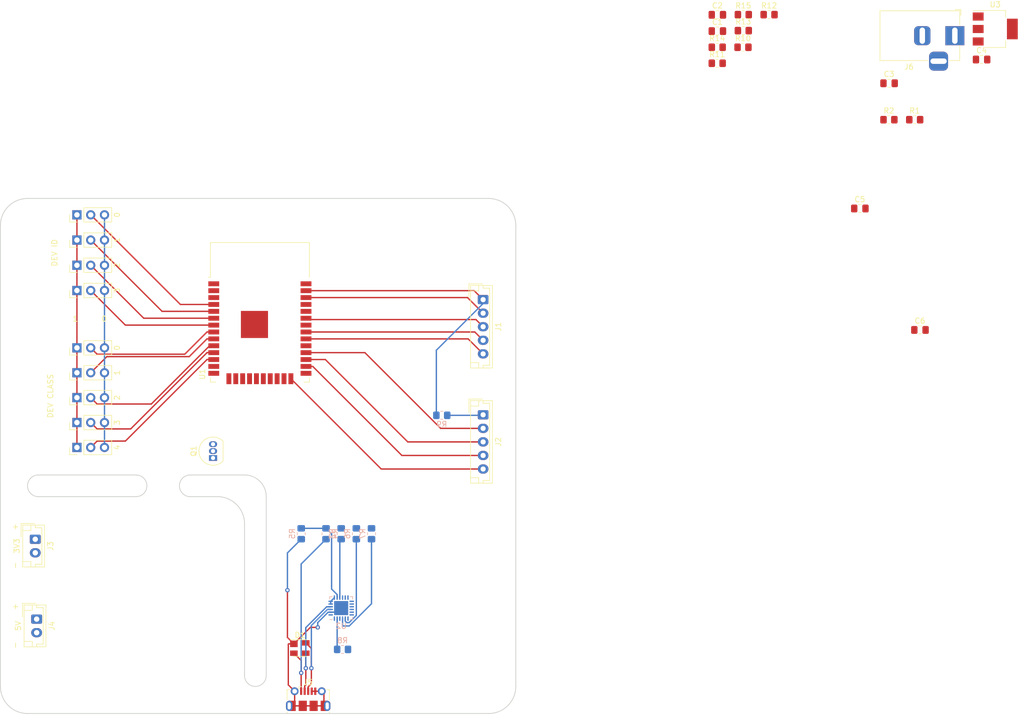
<source format=kicad_pcb>
(kicad_pcb (version 20171130) (host pcbnew 5.1.9+dfsg1-1+deb11u1)

  (general
    (thickness 1.6)
    (drawings 28)
    (tracks 149)
    (zones 0)
    (modules 45)
    (nets 62)
  )

  (page A4)
  (layers
    (0 F.Cu signal)
    (31 B.Cu signal)
    (32 B.Adhes user)
    (33 F.Adhes user)
    (34 B.Paste user)
    (35 F.Paste user)
    (36 B.SilkS user)
    (37 F.SilkS user)
    (38 B.Mask user)
    (39 F.Mask user)
    (40 Dwgs.User user)
    (41 Cmts.User user)
    (42 Eco1.User user)
    (43 Eco2.User user)
    (44 Edge.Cuts user)
    (45 Margin user)
    (46 B.CrtYd user)
    (47 F.CrtYd user)
    (48 B.Fab user)
    (49 F.Fab user)
  )

  (setup
    (last_trace_width 0.25)
    (trace_clearance 0.2)
    (zone_clearance 0.508)
    (zone_45_only no)
    (trace_min 0.2)
    (via_size 0.8)
    (via_drill 0.4)
    (via_min_size 0.4)
    (via_min_drill 0.3)
    (uvia_size 0.3)
    (uvia_drill 0.1)
    (uvias_allowed no)
    (uvia_min_size 0.2)
    (uvia_min_drill 0.1)
    (edge_width 0.05)
    (segment_width 0.2)
    (pcb_text_width 0.3)
    (pcb_text_size 1.5 1.5)
    (mod_edge_width 0.12)
    (mod_text_size 1 1)
    (mod_text_width 0.15)
    (pad_size 1.524 1.524)
    (pad_drill 0.762)
    (pad_to_mask_clearance 0)
    (aux_axis_origin 0 0)
    (visible_elements FFFFFF7F)
    (pcbplotparams
      (layerselection 0x010fc_ffffffff)
      (usegerberextensions false)
      (usegerberattributes true)
      (usegerberadvancedattributes true)
      (creategerberjobfile true)
      (excludeedgelayer true)
      (linewidth 0.100000)
      (plotframeref false)
      (viasonmask false)
      (mode 1)
      (useauxorigin false)
      (hpglpennumber 1)
      (hpglpenspeed 20)
      (hpglpendiameter 15.000000)
      (psnegative false)
      (psa4output false)
      (plotreference true)
      (plotvalue true)
      (plotinvisibletext false)
      (padsonsilk false)
      (subtractmaskfromsilk false)
      (outputformat 1)
      (mirror false)
      (drillshape 1)
      (scaleselection 1)
      (outputdirectory ""))
  )

  (net 0 "")
  (net 1 +3V3)
  (net 2 Earth)
  (net 3 "Net-(C3-Pad1)")
  (net 4 +5V)
  (net 5 "Net-(D1-Pad4)")
  (net 6 "Net-(D1-Pad3)")
  (net 7 "Net-(D1-Pad2)")
  (net 8 DEVCL_0)
  (net 9 DEVCL_1)
  (net 10 DEVCL_2)
  (net 11 DEVCL_3)
  (net 12 DEVCL_4)
  (net 13 DEVID_0)
  (net 14 DEVID_1)
  (net 15 DEVID_2)
  (net 16 DEVID_3)
  (net 17 "Net-(Q1-Pad1)")
  (net 18 EN)
  (net 19 "Net-(Q1-Pad2)")
  (net 20 "Net-(R3-Pad2)")
  (net 21 "Net-(R4-Pad2)")
  (net 22 "Net-(R6-Pad2)")
  (net 23 TXD0)
  (net 24 "Net-(R7-Pad2)")
  (net 25 RXD0)
  (net 26 "Net-(R8-Pad2)")
  (net 27 IO0)
  (net 28 IO5)
  (net 29 MTDI)
  (net 30 MTCK)
  (net 31 MTMS)
  (net 32 MTDO)
  (net 33 "Net-(U1-Pad32)")
  (net 34 "Net-(U1-Pad22)")
  (net 35 "Net-(U1-Pad21)")
  (net 36 "Net-(U1-Pad20)")
  (net 37 "Net-(U1-Pad19)")
  (net 38 "Net-(U1-Pad18)")
  (net 39 "Net-(U1-Pad17)")
  (net 40 "Net-(U2-Pad24)")
  (net 41 "Net-(U2-Pad22)")
  (net 42 "Net-(U2-Pad18)")
  (net 43 "Net-(U2-Pad17)")
  (net 44 "Net-(U2-Pad16)")
  (net 45 "Net-(U2-Pad15)")
  (net 46 "Net-(U2-Pad14)")
  (net 47 "Net-(U2-Pad13)")
  (net 48 "Net-(U2-Pad12)")
  (net 49 "Net-(U2-Pad11)")
  (net 50 "Net-(U2-Pad10)")
  (net 51 "Net-(U2-Pad1)")
  (net 52 DATA_IO)
  (net 53 SHCP_1)
  (net 54 STCP_1)
  (net 55 OE_1)
  (net 56 MR_1)
  (net 57 SHCP_2)
  (net 58 STCP_2)
  (net 59 PL_2)
  (net 60 MR_2)
  (net 61 "Net-(J2-Pad1)")

  (net_class Default "This is the default net class."
    (clearance 0.2)
    (trace_width 0.25)
    (via_dia 0.8)
    (via_drill 0.4)
    (uvia_dia 0.3)
    (uvia_drill 0.1)
    (add_net +3V3)
    (add_net +5V)
    (add_net DATA_IO)
    (add_net DEVCL_0)
    (add_net DEVCL_1)
    (add_net DEVCL_2)
    (add_net DEVCL_3)
    (add_net DEVCL_4)
    (add_net DEVID_0)
    (add_net DEVID_1)
    (add_net DEVID_2)
    (add_net DEVID_3)
    (add_net EN)
    (add_net Earth)
    (add_net IO0)
    (add_net IO5)
    (add_net MR_1)
    (add_net MR_2)
    (add_net MTCK)
    (add_net MTDI)
    (add_net MTDO)
    (add_net MTMS)
    (add_net "Net-(C3-Pad1)")
    (add_net "Net-(D1-Pad2)")
    (add_net "Net-(D1-Pad3)")
    (add_net "Net-(D1-Pad4)")
    (add_net "Net-(J2-Pad1)")
    (add_net "Net-(Q1-Pad1)")
    (add_net "Net-(Q1-Pad2)")
    (add_net "Net-(R3-Pad2)")
    (add_net "Net-(R4-Pad2)")
    (add_net "Net-(R6-Pad2)")
    (add_net "Net-(R7-Pad2)")
    (add_net "Net-(R8-Pad2)")
    (add_net "Net-(U1-Pad17)")
    (add_net "Net-(U1-Pad18)")
    (add_net "Net-(U1-Pad19)")
    (add_net "Net-(U1-Pad20)")
    (add_net "Net-(U1-Pad21)")
    (add_net "Net-(U1-Pad22)")
    (add_net "Net-(U1-Pad32)")
    (add_net "Net-(U2-Pad1)")
    (add_net "Net-(U2-Pad10)")
    (add_net "Net-(U2-Pad11)")
    (add_net "Net-(U2-Pad12)")
    (add_net "Net-(U2-Pad13)")
    (add_net "Net-(U2-Pad14)")
    (add_net "Net-(U2-Pad15)")
    (add_net "Net-(U2-Pad16)")
    (add_net "Net-(U2-Pad17)")
    (add_net "Net-(U2-Pad18)")
    (add_net "Net-(U2-Pad22)")
    (add_net "Net-(U2-Pad24)")
    (add_net OE_1)
    (add_net PL_2)
    (add_net RXD0)
    (add_net SHCP_1)
    (add_net SHCP_2)
    (add_net STCP_1)
    (add_net STCP_2)
    (add_net TXD0)
  )

  (module Connector_JST:JST_EH_B5B-EH-A_1x05_P2.50mm_Vertical (layer F.Cu) (tedit 5C28142C) (tstamp 64CD9A20)
    (at 188.976 94.902 270)
    (descr "JST EH series connector, B5B-EH-A (http://www.jst-mfg.com/product/pdf/eng/eEH.pdf), generated with kicad-footprint-generator")
    (tags "connector JST EH vertical")
    (path /64D445B6/64CFCE33)
    (fp_text reference J2 (at 5 -2.8 90) (layer F.SilkS)
      (effects (font (size 1 1) (thickness 0.15)))
    )
    (fp_text value INPUT (at 5 3.4 90) (layer F.Fab)
      (effects (font (size 1 1) (thickness 0.15)))
    )
    (fp_text user %R (at 5 1.5 90) (layer F.Fab)
      (effects (font (size 1 1) (thickness 0.15)))
    )
    (fp_line (start -2.5 -1.6) (end -2.5 2.2) (layer F.Fab) (width 0.1))
    (fp_line (start -2.5 2.2) (end 12.5 2.2) (layer F.Fab) (width 0.1))
    (fp_line (start 12.5 2.2) (end 12.5 -1.6) (layer F.Fab) (width 0.1))
    (fp_line (start 12.5 -1.6) (end -2.5 -1.6) (layer F.Fab) (width 0.1))
    (fp_line (start -3 -2.1) (end -3 2.7) (layer F.CrtYd) (width 0.05))
    (fp_line (start -3 2.7) (end 13 2.7) (layer F.CrtYd) (width 0.05))
    (fp_line (start 13 2.7) (end 13 -2.1) (layer F.CrtYd) (width 0.05))
    (fp_line (start 13 -2.1) (end -3 -2.1) (layer F.CrtYd) (width 0.05))
    (fp_line (start -2.61 -1.71) (end -2.61 2.31) (layer F.SilkS) (width 0.12))
    (fp_line (start -2.61 2.31) (end 12.61 2.31) (layer F.SilkS) (width 0.12))
    (fp_line (start 12.61 2.31) (end 12.61 -1.71) (layer F.SilkS) (width 0.12))
    (fp_line (start 12.61 -1.71) (end -2.61 -1.71) (layer F.SilkS) (width 0.12))
    (fp_line (start -2.61 0) (end -2.11 0) (layer F.SilkS) (width 0.12))
    (fp_line (start -2.11 0) (end -2.11 -1.21) (layer F.SilkS) (width 0.12))
    (fp_line (start -2.11 -1.21) (end 12.11 -1.21) (layer F.SilkS) (width 0.12))
    (fp_line (start 12.11 -1.21) (end 12.11 0) (layer F.SilkS) (width 0.12))
    (fp_line (start 12.11 0) (end 12.61 0) (layer F.SilkS) (width 0.12))
    (fp_line (start -2.61 0.81) (end -1.61 0.81) (layer F.SilkS) (width 0.12))
    (fp_line (start -1.61 0.81) (end -1.61 2.31) (layer F.SilkS) (width 0.12))
    (fp_line (start 12.61 0.81) (end 11.61 0.81) (layer F.SilkS) (width 0.12))
    (fp_line (start 11.61 0.81) (end 11.61 2.31) (layer F.SilkS) (width 0.12))
    (fp_line (start -2.91 0.11) (end -2.91 2.61) (layer F.SilkS) (width 0.12))
    (fp_line (start -2.91 2.61) (end -0.41 2.61) (layer F.SilkS) (width 0.12))
    (fp_line (start -2.91 0.11) (end -2.91 2.61) (layer F.Fab) (width 0.1))
    (fp_line (start -2.91 2.61) (end -0.41 2.61) (layer F.Fab) (width 0.1))
    (pad 5 thru_hole oval (at 10 0 270) (size 1.7 1.95) (drill 0.95) (layers *.Cu *.Mask)
      (net 60 MR_2))
    (pad 4 thru_hole oval (at 7.5 0 270) (size 1.7 1.95) (drill 0.95) (layers *.Cu *.Mask)
      (net 59 PL_2))
    (pad 3 thru_hole oval (at 5 0 270) (size 1.7 1.95) (drill 0.95) (layers *.Cu *.Mask)
      (net 58 STCP_2))
    (pad 2 thru_hole oval (at 2.5 0 270) (size 1.7 1.95) (drill 0.95) (layers *.Cu *.Mask)
      (net 57 SHCP_2))
    (pad 1 thru_hole roundrect (at 0 0 270) (size 1.7 1.95) (drill 0.95) (layers *.Cu *.Mask) (roundrect_rratio 0.147059)
      (net 61 "Net-(J2-Pad1)"))
    (model ${KISYS3DMOD}/Connector_JST.3dshapes/JST_EH_B5B-EH-A_1x05_P2.50mm_Vertical.wrl
      (at (xyz 0 0 0))
      (scale (xyz 1 1 1))
      (rotate (xyz 0 0 0))
    )
  )

  (module Connector_JST:JST_EH_B5B-EH-A_1x05_P2.50mm_Vertical (layer F.Cu) (tedit 5C28142C) (tstamp 64CD99F9)
    (at 188.976 73.66 270)
    (descr "JST EH series connector, B5B-EH-A (http://www.jst-mfg.com/product/pdf/eng/eEH.pdf), generated with kicad-footprint-generator")
    (tags "connector JST EH vertical")
    (path /64D445B6/64CFB3D4)
    (fp_text reference J1 (at 5 -2.8 90) (layer F.SilkS)
      (effects (font (size 1 1) (thickness 0.15)))
    )
    (fp_text value OUTPUT (at 5 3.4 90) (layer F.Fab)
      (effects (font (size 1 1) (thickness 0.15)))
    )
    (fp_text user %R (at 5 1.5 90) (layer F.Fab)
      (effects (font (size 1 1) (thickness 0.15)))
    )
    (fp_line (start -2.5 -1.6) (end -2.5 2.2) (layer F.Fab) (width 0.1))
    (fp_line (start -2.5 2.2) (end 12.5 2.2) (layer F.Fab) (width 0.1))
    (fp_line (start 12.5 2.2) (end 12.5 -1.6) (layer F.Fab) (width 0.1))
    (fp_line (start 12.5 -1.6) (end -2.5 -1.6) (layer F.Fab) (width 0.1))
    (fp_line (start -3 -2.1) (end -3 2.7) (layer F.CrtYd) (width 0.05))
    (fp_line (start -3 2.7) (end 13 2.7) (layer F.CrtYd) (width 0.05))
    (fp_line (start 13 2.7) (end 13 -2.1) (layer F.CrtYd) (width 0.05))
    (fp_line (start 13 -2.1) (end -3 -2.1) (layer F.CrtYd) (width 0.05))
    (fp_line (start -2.61 -1.71) (end -2.61 2.31) (layer F.SilkS) (width 0.12))
    (fp_line (start -2.61 2.31) (end 12.61 2.31) (layer F.SilkS) (width 0.12))
    (fp_line (start 12.61 2.31) (end 12.61 -1.71) (layer F.SilkS) (width 0.12))
    (fp_line (start 12.61 -1.71) (end -2.61 -1.71) (layer F.SilkS) (width 0.12))
    (fp_line (start -2.61 0) (end -2.11 0) (layer F.SilkS) (width 0.12))
    (fp_line (start -2.11 0) (end -2.11 -1.21) (layer F.SilkS) (width 0.12))
    (fp_line (start -2.11 -1.21) (end 12.11 -1.21) (layer F.SilkS) (width 0.12))
    (fp_line (start 12.11 -1.21) (end 12.11 0) (layer F.SilkS) (width 0.12))
    (fp_line (start 12.11 0) (end 12.61 0) (layer F.SilkS) (width 0.12))
    (fp_line (start -2.61 0.81) (end -1.61 0.81) (layer F.SilkS) (width 0.12))
    (fp_line (start -1.61 0.81) (end -1.61 2.31) (layer F.SilkS) (width 0.12))
    (fp_line (start 12.61 0.81) (end 11.61 0.81) (layer F.SilkS) (width 0.12))
    (fp_line (start 11.61 0.81) (end 11.61 2.31) (layer F.SilkS) (width 0.12))
    (fp_line (start -2.91 0.11) (end -2.91 2.61) (layer F.SilkS) (width 0.12))
    (fp_line (start -2.91 2.61) (end -0.41 2.61) (layer F.SilkS) (width 0.12))
    (fp_line (start -2.91 0.11) (end -2.91 2.61) (layer F.Fab) (width 0.1))
    (fp_line (start -2.91 2.61) (end -0.41 2.61) (layer F.Fab) (width 0.1))
    (pad 5 thru_hole oval (at 10 0 270) (size 1.7 1.95) (drill 0.95) (layers *.Cu *.Mask)
      (net 56 MR_1))
    (pad 4 thru_hole oval (at 7.5 0 270) (size 1.7 1.95) (drill 0.95) (layers *.Cu *.Mask)
      (net 55 OE_1))
    (pad 3 thru_hole oval (at 5 0 270) (size 1.7 1.95) (drill 0.95) (layers *.Cu *.Mask)
      (net 54 STCP_1))
    (pad 2 thru_hole oval (at 2.5 0 270) (size 1.7 1.95) (drill 0.95) (layers *.Cu *.Mask)
      (net 53 SHCP_1))
    (pad 1 thru_hole roundrect (at 0 0 270) (size 1.7 1.95) (drill 0.95) (layers *.Cu *.Mask) (roundrect_rratio 0.147059)
      (net 52 DATA_IO))
    (model ${KISYS3DMOD}/Connector_JST.3dshapes/JST_EH_B5B-EH-A_1x05_P2.50mm_Vertical.wrl
      (at (xyz 0 0 0))
      (scale (xyz 1 1 1))
      (rotate (xyz 0 0 0))
    )
  )

  (module Package_TO_SOT_SMD:SOT-223-3_TabPin2 (layer F.Cu) (tedit 5A02FF57) (tstamp 64CDB33E)
    (at 283.376 23.74)
    (descr "module CMS SOT223 4 pins")
    (tags "CMS SOT")
    (path /64CFB4E8/64CFB912)
    (attr smd)
    (fp_text reference U3 (at 0 -4.5) (layer F.SilkS)
      (effects (font (size 1 1) (thickness 0.15)))
    )
    (fp_text value AMS1117-5.0 (at 0 4.5) (layer F.Fab)
      (effects (font (size 1 1) (thickness 0.15)))
    )
    (fp_text user %R (at 0 0 90) (layer F.Fab)
      (effects (font (size 0.8 0.8) (thickness 0.12)))
    )
    (fp_line (start 1.91 3.41) (end 1.91 2.15) (layer F.SilkS) (width 0.12))
    (fp_line (start 1.91 -3.41) (end 1.91 -2.15) (layer F.SilkS) (width 0.12))
    (fp_line (start 4.4 -3.6) (end -4.4 -3.6) (layer F.CrtYd) (width 0.05))
    (fp_line (start 4.4 3.6) (end 4.4 -3.6) (layer F.CrtYd) (width 0.05))
    (fp_line (start -4.4 3.6) (end 4.4 3.6) (layer F.CrtYd) (width 0.05))
    (fp_line (start -4.4 -3.6) (end -4.4 3.6) (layer F.CrtYd) (width 0.05))
    (fp_line (start -1.85 -2.35) (end -0.85 -3.35) (layer F.Fab) (width 0.1))
    (fp_line (start -1.85 -2.35) (end -1.85 3.35) (layer F.Fab) (width 0.1))
    (fp_line (start -1.85 3.41) (end 1.91 3.41) (layer F.SilkS) (width 0.12))
    (fp_line (start -0.85 -3.35) (end 1.85 -3.35) (layer F.Fab) (width 0.1))
    (fp_line (start -4.1 -3.41) (end 1.91 -3.41) (layer F.SilkS) (width 0.12))
    (fp_line (start -1.85 3.35) (end 1.85 3.35) (layer F.Fab) (width 0.1))
    (fp_line (start 1.85 -3.35) (end 1.85 3.35) (layer F.Fab) (width 0.1))
    (pad 1 smd rect (at -3.15 -2.3) (size 2 1.5) (layers F.Cu F.Paste F.Mask)
      (net 2 Earth))
    (pad 3 smd rect (at -3.15 2.3) (size 2 1.5) (layers F.Cu F.Paste F.Mask)
      (net 3 "Net-(C3-Pad1)"))
    (pad 2 smd rect (at -3.15 0) (size 2 1.5) (layers F.Cu F.Paste F.Mask)
      (net 4 +5V))
    (pad 2 smd rect (at 3.15 0) (size 2 3.8) (layers F.Cu F.Paste F.Mask)
      (net 4 +5V))
    (model ${KISYS3DMOD}/Package_TO_SOT_SMD.3dshapes/SOT-223.wrl
      (at (xyz 0 0 0))
      (scale (xyz 1 1 1))
      (rotate (xyz 0 0 0))
    )
  )

  (module Package_DFN_QFN:QFN-24-1EP_4x4mm_P0.5mm_EP2.6x2.6mm (layer B.Cu) (tedit 5DC5F6A3) (tstamp 64CDB328)
    (at 162.814 130.556)
    (descr "QFN, 24 Pin (http://ww1.microchip.com/downloads/en/PackagingSpec/00000049BQ.pdf#page=278), generated with kicad-footprint-generator ipc_noLead_generator.py")
    (tags "QFN NoLead")
    (path /64CFF063/64CFF50C)
    (attr smd)
    (fp_text reference U2 (at 0 3.3) (layer B.SilkS)
      (effects (font (size 1 1) (thickness 0.15)) (justify mirror))
    )
    (fp_text value CP2102N-A01-GQFN24 (at 0 -3.3) (layer B.Fab)
      (effects (font (size 1 1) (thickness 0.15)) (justify mirror))
    )
    (fp_text user %R (at 0 0) (layer B.Fab)
      (effects (font (size 1 1) (thickness 0.15)) (justify mirror))
    )
    (fp_line (start 1.635 2.11) (end 2.11 2.11) (layer B.SilkS) (width 0.12))
    (fp_line (start 2.11 2.11) (end 2.11 1.635) (layer B.SilkS) (width 0.12))
    (fp_line (start -1.635 -2.11) (end -2.11 -2.11) (layer B.SilkS) (width 0.12))
    (fp_line (start -2.11 -2.11) (end -2.11 -1.635) (layer B.SilkS) (width 0.12))
    (fp_line (start 1.635 -2.11) (end 2.11 -2.11) (layer B.SilkS) (width 0.12))
    (fp_line (start 2.11 -2.11) (end 2.11 -1.635) (layer B.SilkS) (width 0.12))
    (fp_line (start -1.635 2.11) (end -2.11 2.11) (layer B.SilkS) (width 0.12))
    (fp_line (start -1 2) (end 2 2) (layer B.Fab) (width 0.1))
    (fp_line (start 2 2) (end 2 -2) (layer B.Fab) (width 0.1))
    (fp_line (start 2 -2) (end -2 -2) (layer B.Fab) (width 0.1))
    (fp_line (start -2 -2) (end -2 1) (layer B.Fab) (width 0.1))
    (fp_line (start -2 1) (end -1 2) (layer B.Fab) (width 0.1))
    (fp_line (start -2.6 2.6) (end -2.6 -2.6) (layer B.CrtYd) (width 0.05))
    (fp_line (start -2.6 -2.6) (end 2.6 -2.6) (layer B.CrtYd) (width 0.05))
    (fp_line (start 2.6 -2.6) (end 2.6 2.6) (layer B.CrtYd) (width 0.05))
    (fp_line (start 2.6 2.6) (end -2.6 2.6) (layer B.CrtYd) (width 0.05))
    (pad "" smd roundrect (at 0.65 -0.65) (size 1.05 1.05) (layers B.Paste) (roundrect_rratio 0.238095))
    (pad "" smd roundrect (at 0.65 0.65) (size 1.05 1.05) (layers B.Paste) (roundrect_rratio 0.238095))
    (pad "" smd roundrect (at -0.65 -0.65) (size 1.05 1.05) (layers B.Paste) (roundrect_rratio 0.238095))
    (pad "" smd roundrect (at -0.65 0.65) (size 1.05 1.05) (layers B.Paste) (roundrect_rratio 0.238095))
    (pad 25 smd rect (at 0 0) (size 2.6 2.6) (layers B.Cu B.Mask)
      (net 2 Earth))
    (pad 24 smd roundrect (at -1.25 1.9375) (size 0.25 0.825) (layers B.Cu B.Paste B.Mask) (roundrect_rratio 0.25)
      (net 40 "Net-(U2-Pad24)"))
    (pad 23 smd roundrect (at -0.75 1.9375) (size 0.25 0.825) (layers B.Cu B.Paste B.Mask) (roundrect_rratio 0.25)
      (net 26 "Net-(R8-Pad2)"))
    (pad 22 smd roundrect (at -0.25 1.9375) (size 0.25 0.825) (layers B.Cu B.Paste B.Mask) (roundrect_rratio 0.25)
      (net 41 "Net-(U2-Pad22)"))
    (pad 21 smd roundrect (at 0.25 1.9375) (size 0.25 0.825) (layers B.Cu B.Paste B.Mask) (roundrect_rratio 0.25)
      (net 24 "Net-(R7-Pad2)"))
    (pad 20 smd roundrect (at 0.75 1.9375) (size 0.25 0.825) (layers B.Cu B.Paste B.Mask) (roundrect_rratio 0.25)
      (net 22 "Net-(R6-Pad2)"))
    (pad 19 smd roundrect (at 1.25 1.9375) (size 0.25 0.825) (layers B.Cu B.Paste B.Mask) (roundrect_rratio 0.25)
      (net 17 "Net-(Q1-Pad1)"))
    (pad 18 smd roundrect (at 1.9375 1.25) (size 0.825 0.25) (layers B.Cu B.Paste B.Mask) (roundrect_rratio 0.25)
      (net 42 "Net-(U2-Pad18)"))
    (pad 17 smd roundrect (at 1.9375 0.75) (size 0.825 0.25) (layers B.Cu B.Paste B.Mask) (roundrect_rratio 0.25)
      (net 43 "Net-(U2-Pad17)"))
    (pad 16 smd roundrect (at 1.9375 0.25) (size 0.825 0.25) (layers B.Cu B.Paste B.Mask) (roundrect_rratio 0.25)
      (net 44 "Net-(U2-Pad16)"))
    (pad 15 smd roundrect (at 1.9375 -0.25) (size 0.825 0.25) (layers B.Cu B.Paste B.Mask) (roundrect_rratio 0.25)
      (net 45 "Net-(U2-Pad15)"))
    (pad 14 smd roundrect (at 1.9375 -0.75) (size 0.825 0.25) (layers B.Cu B.Paste B.Mask) (roundrect_rratio 0.25)
      (net 46 "Net-(U2-Pad14)"))
    (pad 13 smd roundrect (at 1.9375 -1.25) (size 0.825 0.25) (layers B.Cu B.Paste B.Mask) (roundrect_rratio 0.25)
      (net 47 "Net-(U2-Pad13)"))
    (pad 12 smd roundrect (at 1.25 -1.9375) (size 0.25 0.825) (layers B.Cu B.Paste B.Mask) (roundrect_rratio 0.25)
      (net 48 "Net-(U2-Pad12)"))
    (pad 11 smd roundrect (at 0.75 -1.9375) (size 0.25 0.825) (layers B.Cu B.Paste B.Mask) (roundrect_rratio 0.25)
      (net 49 "Net-(U2-Pad11)"))
    (pad 10 smd roundrect (at 0.25 -1.9375) (size 0.25 0.825) (layers B.Cu B.Paste B.Mask) (roundrect_rratio 0.25)
      (net 50 "Net-(U2-Pad10)"))
    (pad 9 smd roundrect (at -0.25 -1.9375) (size 0.25 0.825) (layers B.Cu B.Paste B.Mask) (roundrect_rratio 0.25)
      (net 20 "Net-(R3-Pad2)"))
    (pad 8 smd roundrect (at -0.75 -1.9375) (size 0.25 0.825) (layers B.Cu B.Paste B.Mask) (roundrect_rratio 0.25)
      (net 21 "Net-(R4-Pad2)"))
    (pad 7 smd roundrect (at -1.25 -1.9375) (size 0.25 0.825) (layers B.Cu B.Paste B.Mask) (roundrect_rratio 0.25)
      (net 1 +3V3))
    (pad 6 smd roundrect (at -1.9375 -1.25) (size 0.825 0.25) (layers B.Cu B.Paste B.Mask) (roundrect_rratio 0.25)
      (net 1 +3V3))
    (pad 5 smd roundrect (at -1.9375 -0.75) (size 0.825 0.25) (layers B.Cu B.Paste B.Mask) (roundrect_rratio 0.25)
      (net 1 +3V3))
    (pad 4 smd roundrect (at -1.9375 -0.25) (size 0.825 0.25) (layers B.Cu B.Paste B.Mask) (roundrect_rratio 0.25)
      (net 6 "Net-(D1-Pad3)"))
    (pad 3 smd roundrect (at -1.9375 0.25) (size 0.825 0.25) (layers B.Cu B.Paste B.Mask) (roundrect_rratio 0.25)
      (net 5 "Net-(D1-Pad4)"))
    (pad 2 smd roundrect (at -1.9375 0.75) (size 0.825 0.25) (layers B.Cu B.Paste B.Mask) (roundrect_rratio 0.25)
      (net 2 Earth))
    (pad 1 smd roundrect (at -1.9375 1.25) (size 0.825 0.25) (layers B.Cu B.Paste B.Mask) (roundrect_rratio 0.25)
      (net 51 "Net-(U2-Pad1)"))
    (model ${KISYS3DMOD}/Package_DFN_QFN.3dshapes/QFN-24-1EP_4x4mm_P0.5mm_EP2.6x2.6mm.wrl
      (at (xyz 0 0 0))
      (scale (xyz 1 1 1))
      (rotate (xyz 0 0 0))
    )
  )

  (module RF_Module:ESP32-WROOM-32 (layer F.Cu) (tedit 5B5B4654) (tstamp 64CDB2F6)
    (at 147.828 78.994)
    (descr "Single 2.4 GHz Wi-Fi and Bluetooth combo chip https://www.espressif.com/sites/default/files/documentation/esp32-wroom-32_datasheet_en.pdf")
    (tags "Single 2.4 GHz Wi-Fi and Bluetooth combo  chip")
    (path /64CF57AE/64CF7031)
    (attr smd)
    (fp_text reference U1 (at -10.61 8.43 90) (layer F.SilkS)
      (effects (font (size 1 1) (thickness 0.15)))
    )
    (fp_text value ESP32-WROOM-32 (at 0 11.5) (layer F.Fab)
      (effects (font (size 1 1) (thickness 0.15)))
    )
    (fp_text user "5 mm" (at 7.8 -19.075 90) (layer Cmts.User)
      (effects (font (size 0.5 0.5) (thickness 0.1)))
    )
    (fp_text user "5 mm" (at -11.2 -14.375) (layer Cmts.User)
      (effects (font (size 0.5 0.5) (thickness 0.1)))
    )
    (fp_text user "5 mm" (at 11.8 -14.375) (layer Cmts.User)
      (effects (font (size 0.5 0.5) (thickness 0.1)))
    )
    (fp_text user Antenna (at 0 -13) (layer Cmts.User)
      (effects (font (size 1 1) (thickness 0.15)))
    )
    (fp_text user "KEEP-OUT ZONE" (at 0 -19) (layer Cmts.User)
      (effects (font (size 1 1) (thickness 0.15)))
    )
    (fp_text user %R (at 0 0) (layer F.Fab)
      (effects (font (size 1 1) (thickness 0.15)))
    )
    (fp_line (start -14 -9.97) (end -14 -20.75) (layer Dwgs.User) (width 0.1))
    (fp_line (start 9 9.76) (end 9 -15.745) (layer F.Fab) (width 0.1))
    (fp_line (start -9 9.76) (end 9 9.76) (layer F.Fab) (width 0.1))
    (fp_line (start -9 -15.745) (end -9 -10.02) (layer F.Fab) (width 0.1))
    (fp_line (start -9 -15.745) (end 9 -15.745) (layer F.Fab) (width 0.1))
    (fp_line (start -9.75 10.5) (end -9.75 -9.72) (layer F.CrtYd) (width 0.05))
    (fp_line (start -9.75 10.5) (end 9.75 10.5) (layer F.CrtYd) (width 0.05))
    (fp_line (start 9.75 -9.72) (end 9.75 10.5) (layer F.CrtYd) (width 0.05))
    (fp_line (start -14.25 -21) (end 14.25 -21) (layer F.CrtYd) (width 0.05))
    (fp_line (start -9 -9.02) (end -9 9.76) (layer F.Fab) (width 0.1))
    (fp_line (start -8.5 -9.52) (end -9 -10.02) (layer F.Fab) (width 0.1))
    (fp_line (start -9 -9.02) (end -8.5 -9.52) (layer F.Fab) (width 0.1))
    (fp_line (start 14 -9.97) (end -14 -9.97) (layer Dwgs.User) (width 0.1))
    (fp_line (start 14 -9.97) (end 14 -20.75) (layer Dwgs.User) (width 0.1))
    (fp_line (start 14 -20.75) (end -14 -20.75) (layer Dwgs.User) (width 0.1))
    (fp_line (start -14.25 -21) (end -14.25 -9.72) (layer F.CrtYd) (width 0.05))
    (fp_line (start 14.25 -21) (end 14.25 -9.72) (layer F.CrtYd) (width 0.05))
    (fp_line (start -14.25 -9.72) (end -9.75 -9.72) (layer F.CrtYd) (width 0.05))
    (fp_line (start 9.75 -9.72) (end 14.25 -9.72) (layer F.CrtYd) (width 0.05))
    (fp_line (start -12.525 -20.75) (end -14 -19.66) (layer Dwgs.User) (width 0.1))
    (fp_line (start -10.525 -20.75) (end -14 -18.045) (layer Dwgs.User) (width 0.1))
    (fp_line (start -8.525 -20.75) (end -14 -16.43) (layer Dwgs.User) (width 0.1))
    (fp_line (start -6.525 -20.75) (end -14 -14.815) (layer Dwgs.User) (width 0.1))
    (fp_line (start -4.525 -20.75) (end -14 -13.2) (layer Dwgs.User) (width 0.1))
    (fp_line (start -2.525 -20.75) (end -14 -11.585) (layer Dwgs.User) (width 0.1))
    (fp_line (start -0.525 -20.75) (end -14 -9.97) (layer Dwgs.User) (width 0.1))
    (fp_line (start 1.475 -20.75) (end -12 -9.97) (layer Dwgs.User) (width 0.1))
    (fp_line (start 3.475 -20.75) (end -10 -9.97) (layer Dwgs.User) (width 0.1))
    (fp_line (start -8 -9.97) (end 5.475 -20.75) (layer Dwgs.User) (width 0.1))
    (fp_line (start 7.475 -20.75) (end -6 -9.97) (layer Dwgs.User) (width 0.1))
    (fp_line (start 9.475 -20.75) (end -4 -9.97) (layer Dwgs.User) (width 0.1))
    (fp_line (start 11.475 -20.75) (end -2 -9.97) (layer Dwgs.User) (width 0.1))
    (fp_line (start 13.475 -20.75) (end 0 -9.97) (layer Dwgs.User) (width 0.1))
    (fp_line (start 14 -19.66) (end 2 -9.97) (layer Dwgs.User) (width 0.1))
    (fp_line (start 14 -18.045) (end 4 -9.97) (layer Dwgs.User) (width 0.1))
    (fp_line (start 14 -16.43) (end 6 -9.97) (layer Dwgs.User) (width 0.1))
    (fp_line (start 14 -14.815) (end 8 -9.97) (layer Dwgs.User) (width 0.1))
    (fp_line (start 14 -13.2) (end 10 -9.97) (layer Dwgs.User) (width 0.1))
    (fp_line (start 14 -11.585) (end 12 -9.97) (layer Dwgs.User) (width 0.1))
    (fp_line (start 9.2 -13.875) (end 13.8 -13.875) (layer Cmts.User) (width 0.1))
    (fp_line (start 13.8 -13.875) (end 13.6 -14.075) (layer Cmts.User) (width 0.1))
    (fp_line (start 13.8 -13.875) (end 13.6 -13.675) (layer Cmts.User) (width 0.1))
    (fp_line (start 9.2 -13.875) (end 9.4 -14.075) (layer Cmts.User) (width 0.1))
    (fp_line (start 9.2 -13.875) (end 9.4 -13.675) (layer Cmts.User) (width 0.1))
    (fp_line (start -13.8 -13.875) (end -13.6 -14.075) (layer Cmts.User) (width 0.1))
    (fp_line (start -13.8 -13.875) (end -13.6 -13.675) (layer Cmts.User) (width 0.1))
    (fp_line (start -9.2 -13.875) (end -9.4 -13.675) (layer Cmts.User) (width 0.1))
    (fp_line (start -13.8 -13.875) (end -9.2 -13.875) (layer Cmts.User) (width 0.1))
    (fp_line (start -9.2 -13.875) (end -9.4 -14.075) (layer Cmts.User) (width 0.1))
    (fp_line (start 8.4 -16) (end 8.2 -16.2) (layer Cmts.User) (width 0.1))
    (fp_line (start 8.4 -16) (end 8.6 -16.2) (layer Cmts.User) (width 0.1))
    (fp_line (start 8.4 -20.6) (end 8.6 -20.4) (layer Cmts.User) (width 0.1))
    (fp_line (start 8.4 -16) (end 8.4 -20.6) (layer Cmts.User) (width 0.1))
    (fp_line (start 8.4 -20.6) (end 8.2 -20.4) (layer Cmts.User) (width 0.1))
    (fp_line (start -9.12 9.1) (end -9.12 9.88) (layer F.SilkS) (width 0.12))
    (fp_line (start -9.12 9.88) (end -8.12 9.88) (layer F.SilkS) (width 0.12))
    (fp_line (start 9.12 9.1) (end 9.12 9.88) (layer F.SilkS) (width 0.12))
    (fp_line (start 9.12 9.88) (end 8.12 9.88) (layer F.SilkS) (width 0.12))
    (fp_line (start -9.12 -15.865) (end 9.12 -15.865) (layer F.SilkS) (width 0.12))
    (fp_line (start 9.12 -15.865) (end 9.12 -9.445) (layer F.SilkS) (width 0.12))
    (fp_line (start -9.12 -15.865) (end -9.12 -9.445) (layer F.SilkS) (width 0.12))
    (fp_line (start -9.12 -9.445) (end -9.5 -9.445) (layer F.SilkS) (width 0.12))
    (pad 38 smd rect (at 8.5 -8.255) (size 2 0.9) (layers F.Cu F.Paste F.Mask)
      (net 2 Earth))
    (pad 37 smd rect (at 8.5 -6.985) (size 2 0.9) (layers F.Cu F.Paste F.Mask)
      (net 52 DATA_IO))
    (pad 36 smd rect (at 8.5 -5.715) (size 2 0.9) (layers F.Cu F.Paste F.Mask)
      (net 53 SHCP_1))
    (pad 35 smd rect (at 8.5 -4.445) (size 2 0.9) (layers F.Cu F.Paste F.Mask)
      (net 23 TXD0))
    (pad 34 smd rect (at 8.5 -3.175) (size 2 0.9) (layers F.Cu F.Paste F.Mask)
      (net 25 RXD0))
    (pad 33 smd rect (at 8.5 -1.905) (size 2 0.9) (layers F.Cu F.Paste F.Mask)
      (net 54 STCP_1))
    (pad 32 smd rect (at 8.5 -0.635) (size 2 0.9) (layers F.Cu F.Paste F.Mask)
      (net 33 "Net-(U1-Pad32)"))
    (pad 31 smd rect (at 8.5 0.635) (size 2 0.9) (layers F.Cu F.Paste F.Mask)
      (net 55 OE_1))
    (pad 30 smd rect (at 8.5 1.905) (size 2 0.9) (layers F.Cu F.Paste F.Mask)
      (net 56 MR_1))
    (pad 29 smd rect (at 8.5 3.175) (size 2 0.9) (layers F.Cu F.Paste F.Mask)
      (net 28 IO5))
    (pad 28 smd rect (at 8.5 4.445) (size 2 0.9) (layers F.Cu F.Paste F.Mask)
      (net 57 SHCP_2))
    (pad 27 smd rect (at 8.5 5.715) (size 2 0.9) (layers F.Cu F.Paste F.Mask)
      (net 58 STCP_2))
    (pad 26 smd rect (at 8.5 6.985) (size 2 0.9) (layers F.Cu F.Paste F.Mask)
      (net 59 PL_2))
    (pad 25 smd rect (at 8.5 8.255) (size 2 0.9) (layers F.Cu F.Paste F.Mask)
      (net 27 IO0))
    (pad 24 smd rect (at 5.715 9.255 90) (size 2 0.9) (layers F.Cu F.Paste F.Mask)
      (net 60 MR_2))
    (pad 23 smd rect (at 4.445 9.255 90) (size 2 0.9) (layers F.Cu F.Paste F.Mask)
      (net 32 MTDO))
    (pad 22 smd rect (at 3.175 9.255 90) (size 2 0.9) (layers F.Cu F.Paste F.Mask)
      (net 34 "Net-(U1-Pad22)"))
    (pad 21 smd rect (at 1.905 9.255 90) (size 2 0.9) (layers F.Cu F.Paste F.Mask)
      (net 35 "Net-(U1-Pad21)"))
    (pad 20 smd rect (at 0.635 9.255 90) (size 2 0.9) (layers F.Cu F.Paste F.Mask)
      (net 36 "Net-(U1-Pad20)"))
    (pad 19 smd rect (at -0.635 9.255 90) (size 2 0.9) (layers F.Cu F.Paste F.Mask)
      (net 37 "Net-(U1-Pad19)"))
    (pad 18 smd rect (at -1.905 9.255 90) (size 2 0.9) (layers F.Cu F.Paste F.Mask)
      (net 38 "Net-(U1-Pad18)"))
    (pad 17 smd rect (at -3.175 9.255 90) (size 2 0.9) (layers F.Cu F.Paste F.Mask)
      (net 39 "Net-(U1-Pad17)"))
    (pad 16 smd rect (at -4.445 9.255 90) (size 2 0.9) (layers F.Cu F.Paste F.Mask)
      (net 30 MTCK))
    (pad 15 smd rect (at -5.715 9.255 90) (size 2 0.9) (layers F.Cu F.Paste F.Mask)
      (net 2 Earth))
    (pad 14 smd rect (at -8.5 8.255) (size 2 0.9) (layers F.Cu F.Paste F.Mask)
      (net 29 MTDI))
    (pad 13 smd rect (at -8.5 6.985) (size 2 0.9) (layers F.Cu F.Paste F.Mask)
      (net 31 MTMS))
    (pad 12 smd rect (at -8.5 5.715) (size 2 0.9) (layers F.Cu F.Paste F.Mask)
      (net 12 DEVCL_4))
    (pad 11 smd rect (at -8.5 4.445) (size 2 0.9) (layers F.Cu F.Paste F.Mask)
      (net 11 DEVCL_3))
    (pad 10 smd rect (at -8.5 3.175) (size 2 0.9) (layers F.Cu F.Paste F.Mask)
      (net 10 DEVCL_2))
    (pad 9 smd rect (at -8.5 1.905) (size 2 0.9) (layers F.Cu F.Paste F.Mask)
      (net 9 DEVCL_1))
    (pad 8 smd rect (at -8.5 0.635) (size 2 0.9) (layers F.Cu F.Paste F.Mask)
      (net 8 DEVCL_0))
    (pad 7 smd rect (at -8.5 -0.635) (size 2 0.9) (layers F.Cu F.Paste F.Mask)
      (net 16 DEVID_3))
    (pad 6 smd rect (at -8.5 -1.905) (size 2 0.9) (layers F.Cu F.Paste F.Mask)
      (net 15 DEVID_2))
    (pad 5 smd rect (at -8.5 -3.175) (size 2 0.9) (layers F.Cu F.Paste F.Mask)
      (net 14 DEVID_1))
    (pad 4 smd rect (at -8.5 -4.445) (size 2 0.9) (layers F.Cu F.Paste F.Mask)
      (net 13 DEVID_0))
    (pad 3 smd rect (at -8.5 -5.715) (size 2 0.9) (layers F.Cu F.Paste F.Mask)
      (net 18 EN))
    (pad 2 smd rect (at -8.5 -6.985) (size 2 0.9) (layers F.Cu F.Paste F.Mask)
      (net 1 +3V3))
    (pad 1 smd rect (at -8.5 -8.255) (size 2 0.9) (layers F.Cu F.Paste F.Mask)
      (net 2 Earth))
    (pad 39 smd rect (at -1 -0.755) (size 5 5) (layers F.Cu F.Paste F.Mask)
      (net 2 Earth))
    (model ${KISYS3DMOD}/RF_Module.3dshapes/ESP32-WROOM-32.wrl
      (at (xyz 0 0 0))
      (scale (xyz 1 1 1))
      (rotate (xyz 0 0 0))
    )
  )

  (module Resistor_SMD:R_0805_2012Metric_Pad1.20x1.40mm_HandSolder (layer F.Cu) (tedit 5F68FEEE) (tstamp 64CDB287)
    (at 236.936 21.09)
    (descr "Resistor SMD 0805 (2012 Metric), square (rectangular) end terminal, IPC_7351 nominal with elongated pad for handsoldering. (Body size source: IPC-SM-782 page 72, https://www.pcb-3d.com/wordpress/wp-content/uploads/ipc-sm-782a_amendment_1_and_2.pdf), generated with kicad-footprint-generator")
    (tags "resistor handsolder")
    (path /64CF57AE/64DBB8A4)
    (attr smd)
    (fp_text reference R15 (at 0 -1.65) (layer F.SilkS)
      (effects (font (size 1 1) (thickness 0.15)))
    )
    (fp_text value "10 K" (at 0 1.65) (layer F.Fab)
      (effects (font (size 1 1) (thickness 0.15)))
    )
    (fp_text user %R (at 0 0) (layer F.Fab)
      (effects (font (size 0.5 0.5) (thickness 0.08)))
    )
    (fp_line (start -1 0.625) (end -1 -0.625) (layer F.Fab) (width 0.1))
    (fp_line (start -1 -0.625) (end 1 -0.625) (layer F.Fab) (width 0.1))
    (fp_line (start 1 -0.625) (end 1 0.625) (layer F.Fab) (width 0.1))
    (fp_line (start 1 0.625) (end -1 0.625) (layer F.Fab) (width 0.1))
    (fp_line (start -0.227064 -0.735) (end 0.227064 -0.735) (layer F.SilkS) (width 0.12))
    (fp_line (start -0.227064 0.735) (end 0.227064 0.735) (layer F.SilkS) (width 0.12))
    (fp_line (start -1.85 0.95) (end -1.85 -0.95) (layer F.CrtYd) (width 0.05))
    (fp_line (start -1.85 -0.95) (end 1.85 -0.95) (layer F.CrtYd) (width 0.05))
    (fp_line (start 1.85 -0.95) (end 1.85 0.95) (layer F.CrtYd) (width 0.05))
    (fp_line (start 1.85 0.95) (end -1.85 0.95) (layer F.CrtYd) (width 0.05))
    (pad 2 smd roundrect (at 1 0) (size 1.2 1.4) (layers F.Cu F.Paste F.Mask) (roundrect_rratio 0.208333)
      (net 32 MTDO))
    (pad 1 smd roundrect (at -1 0) (size 1.2 1.4) (layers F.Cu F.Paste F.Mask) (roundrect_rratio 0.208333)
      (net 1 +3V3))
    (model ${KISYS3DMOD}/Resistor_SMD.3dshapes/R_0805_2012Metric.wrl
      (at (xyz 0 0 0))
      (scale (xyz 1 1 1))
      (rotate (xyz 0 0 0))
    )
  )

  (module Resistor_SMD:R_0805_2012Metric_Pad1.20x1.40mm_HandSolder (layer F.Cu) (tedit 5F68FEEE) (tstamp 64CDB276)
    (at 232.126 27.11)
    (descr "Resistor SMD 0805 (2012 Metric), square (rectangular) end terminal, IPC_7351 nominal with elongated pad for handsoldering. (Body size source: IPC-SM-782 page 72, https://www.pcb-3d.com/wordpress/wp-content/uploads/ipc-sm-782a_amendment_1_and_2.pdf), generated with kicad-footprint-generator")
    (tags "resistor handsolder")
    (path /64CF57AE/64DB8954)
    (attr smd)
    (fp_text reference R14 (at 0 -1.65) (layer F.SilkS)
      (effects (font (size 1 1) (thickness 0.15)))
    )
    (fp_text value "10 K" (at 0 1.65) (layer F.Fab)
      (effects (font (size 1 1) (thickness 0.15)))
    )
    (fp_text user %R (at 0 0) (layer F.Fab)
      (effects (font (size 0.5 0.5) (thickness 0.08)))
    )
    (fp_line (start -1 0.625) (end -1 -0.625) (layer F.Fab) (width 0.1))
    (fp_line (start -1 -0.625) (end 1 -0.625) (layer F.Fab) (width 0.1))
    (fp_line (start 1 -0.625) (end 1 0.625) (layer F.Fab) (width 0.1))
    (fp_line (start 1 0.625) (end -1 0.625) (layer F.Fab) (width 0.1))
    (fp_line (start -0.227064 -0.735) (end 0.227064 -0.735) (layer F.SilkS) (width 0.12))
    (fp_line (start -0.227064 0.735) (end 0.227064 0.735) (layer F.SilkS) (width 0.12))
    (fp_line (start -1.85 0.95) (end -1.85 -0.95) (layer F.CrtYd) (width 0.05))
    (fp_line (start -1.85 -0.95) (end 1.85 -0.95) (layer F.CrtYd) (width 0.05))
    (fp_line (start 1.85 -0.95) (end 1.85 0.95) (layer F.CrtYd) (width 0.05))
    (fp_line (start 1.85 0.95) (end -1.85 0.95) (layer F.CrtYd) (width 0.05))
    (pad 2 smd roundrect (at 1 0) (size 1.2 1.4) (layers F.Cu F.Paste F.Mask) (roundrect_rratio 0.208333)
      (net 2 Earth))
    (pad 1 smd roundrect (at -1 0) (size 1.2 1.4) (layers F.Cu F.Paste F.Mask) (roundrect_rratio 0.208333)
      (net 31 MTMS))
    (model ${KISYS3DMOD}/Resistor_SMD.3dshapes/R_0805_2012Metric.wrl
      (at (xyz 0 0 0))
      (scale (xyz 1 1 1))
      (rotate (xyz 0 0 0))
    )
  )

  (module Resistor_SMD:R_0805_2012Metric_Pad1.20x1.40mm_HandSolder (layer F.Cu) (tedit 5F68FEEE) (tstamp 64CDB265)
    (at 236.936 24.04)
    (descr "Resistor SMD 0805 (2012 Metric), square (rectangular) end terminal, IPC_7351 nominal with elongated pad for handsoldering. (Body size source: IPC-SM-782 page 72, https://www.pcb-3d.com/wordpress/wp-content/uploads/ipc-sm-782a_amendment_1_and_2.pdf), generated with kicad-footprint-generator")
    (tags "resistor handsolder")
    (path /64CF57AE/64DB78C4)
    (attr smd)
    (fp_text reference R13 (at 0 -1.65) (layer F.SilkS)
      (effects (font (size 1 1) (thickness 0.15)))
    )
    (fp_text value "10 K" (at 0 1.65) (layer F.Fab)
      (effects (font (size 1 1) (thickness 0.15)))
    )
    (fp_text user %R (at 0 0) (layer F.Fab)
      (effects (font (size 0.5 0.5) (thickness 0.08)))
    )
    (fp_line (start -1 0.625) (end -1 -0.625) (layer F.Fab) (width 0.1))
    (fp_line (start -1 -0.625) (end 1 -0.625) (layer F.Fab) (width 0.1))
    (fp_line (start 1 -0.625) (end 1 0.625) (layer F.Fab) (width 0.1))
    (fp_line (start 1 0.625) (end -1 0.625) (layer F.Fab) (width 0.1))
    (fp_line (start -0.227064 -0.735) (end 0.227064 -0.735) (layer F.SilkS) (width 0.12))
    (fp_line (start -0.227064 0.735) (end 0.227064 0.735) (layer F.SilkS) (width 0.12))
    (fp_line (start -1.85 0.95) (end -1.85 -0.95) (layer F.CrtYd) (width 0.05))
    (fp_line (start -1.85 -0.95) (end 1.85 -0.95) (layer F.CrtYd) (width 0.05))
    (fp_line (start 1.85 -0.95) (end 1.85 0.95) (layer F.CrtYd) (width 0.05))
    (fp_line (start 1.85 0.95) (end -1.85 0.95) (layer F.CrtYd) (width 0.05))
    (pad 2 smd roundrect (at 1 0) (size 1.2 1.4) (layers F.Cu F.Paste F.Mask) (roundrect_rratio 0.208333)
      (net 2 Earth))
    (pad 1 smd roundrect (at -1 0) (size 1.2 1.4) (layers F.Cu F.Paste F.Mask) (roundrect_rratio 0.208333)
      (net 30 MTCK))
    (model ${KISYS3DMOD}/Resistor_SMD.3dshapes/R_0805_2012Metric.wrl
      (at (xyz 0 0 0))
      (scale (xyz 1 1 1))
      (rotate (xyz 0 0 0))
    )
  )

  (module Resistor_SMD:R_0805_2012Metric_Pad1.20x1.40mm_HandSolder (layer F.Cu) (tedit 5F68FEEE) (tstamp 64CDB254)
    (at 241.686 21.09)
    (descr "Resistor SMD 0805 (2012 Metric), square (rectangular) end terminal, IPC_7351 nominal with elongated pad for handsoldering. (Body size source: IPC-SM-782 page 72, https://www.pcb-3d.com/wordpress/wp-content/uploads/ipc-sm-782a_amendment_1_and_2.pdf), generated with kicad-footprint-generator")
    (tags "resistor handsolder")
    (path /64CF57AE/64DB4BBC)
    (attr smd)
    (fp_text reference R12 (at 0 -1.65) (layer F.SilkS)
      (effects (font (size 1 1) (thickness 0.15)))
    )
    (fp_text value "10 K" (at 0 1.65) (layer F.Fab)
      (effects (font (size 1 1) (thickness 0.15)))
    )
    (fp_text user %R (at 0 0) (layer F.Fab)
      (effects (font (size 0.5 0.5) (thickness 0.08)))
    )
    (fp_line (start -1 0.625) (end -1 -0.625) (layer F.Fab) (width 0.1))
    (fp_line (start -1 -0.625) (end 1 -0.625) (layer F.Fab) (width 0.1))
    (fp_line (start 1 -0.625) (end 1 0.625) (layer F.Fab) (width 0.1))
    (fp_line (start 1 0.625) (end -1 0.625) (layer F.Fab) (width 0.1))
    (fp_line (start -0.227064 -0.735) (end 0.227064 -0.735) (layer F.SilkS) (width 0.12))
    (fp_line (start -0.227064 0.735) (end 0.227064 0.735) (layer F.SilkS) (width 0.12))
    (fp_line (start -1.85 0.95) (end -1.85 -0.95) (layer F.CrtYd) (width 0.05))
    (fp_line (start -1.85 -0.95) (end 1.85 -0.95) (layer F.CrtYd) (width 0.05))
    (fp_line (start 1.85 -0.95) (end 1.85 0.95) (layer F.CrtYd) (width 0.05))
    (fp_line (start 1.85 0.95) (end -1.85 0.95) (layer F.CrtYd) (width 0.05))
    (pad 2 smd roundrect (at 1 0) (size 1.2 1.4) (layers F.Cu F.Paste F.Mask) (roundrect_rratio 0.208333)
      (net 2 Earth))
    (pad 1 smd roundrect (at -1 0) (size 1.2 1.4) (layers F.Cu F.Paste F.Mask) (roundrect_rratio 0.208333)
      (net 29 MTDI))
    (model ${KISYS3DMOD}/Resistor_SMD.3dshapes/R_0805_2012Metric.wrl
      (at (xyz 0 0 0))
      (scale (xyz 1 1 1))
      (rotate (xyz 0 0 0))
    )
  )

  (module Resistor_SMD:R_0805_2012Metric_Pad1.20x1.40mm_HandSolder (layer F.Cu) (tedit 5F68FEEE) (tstamp 64CDB243)
    (at 232.126 30.06)
    (descr "Resistor SMD 0805 (2012 Metric), square (rectangular) end terminal, IPC_7351 nominal with elongated pad for handsoldering. (Body size source: IPC-SM-782 page 72, https://www.pcb-3d.com/wordpress/wp-content/uploads/ipc-sm-782a_amendment_1_and_2.pdf), generated with kicad-footprint-generator")
    (tags "resistor handsolder")
    (path /64CF57AE/64DB3945)
    (attr smd)
    (fp_text reference R11 (at 0 -1.65) (layer F.SilkS)
      (effects (font (size 1 1) (thickness 0.15)))
    )
    (fp_text value "10 K" (at 0 1.65) (layer F.Fab)
      (effects (font (size 1 1) (thickness 0.15)))
    )
    (fp_text user %R (at 0 0) (layer F.Fab)
      (effects (font (size 0.5 0.5) (thickness 0.08)))
    )
    (fp_line (start -1 0.625) (end -1 -0.625) (layer F.Fab) (width 0.1))
    (fp_line (start -1 -0.625) (end 1 -0.625) (layer F.Fab) (width 0.1))
    (fp_line (start 1 -0.625) (end 1 0.625) (layer F.Fab) (width 0.1))
    (fp_line (start 1 0.625) (end -1 0.625) (layer F.Fab) (width 0.1))
    (fp_line (start -0.227064 -0.735) (end 0.227064 -0.735) (layer F.SilkS) (width 0.12))
    (fp_line (start -0.227064 0.735) (end 0.227064 0.735) (layer F.SilkS) (width 0.12))
    (fp_line (start -1.85 0.95) (end -1.85 -0.95) (layer F.CrtYd) (width 0.05))
    (fp_line (start -1.85 -0.95) (end 1.85 -0.95) (layer F.CrtYd) (width 0.05))
    (fp_line (start 1.85 -0.95) (end 1.85 0.95) (layer F.CrtYd) (width 0.05))
    (fp_line (start 1.85 0.95) (end -1.85 0.95) (layer F.CrtYd) (width 0.05))
    (pad 2 smd roundrect (at 1 0) (size 1.2 1.4) (layers F.Cu F.Paste F.Mask) (roundrect_rratio 0.208333)
      (net 28 IO5))
    (pad 1 smd roundrect (at -1 0) (size 1.2 1.4) (layers F.Cu F.Paste F.Mask) (roundrect_rratio 0.208333)
      (net 1 +3V3))
    (model ${KISYS3DMOD}/Resistor_SMD.3dshapes/R_0805_2012Metric.wrl
      (at (xyz 0 0 0))
      (scale (xyz 1 1 1))
      (rotate (xyz 0 0 0))
    )
  )

  (module Resistor_SMD:R_0805_2012Metric_Pad1.20x1.40mm_HandSolder (layer F.Cu) (tedit 5F68FEEE) (tstamp 64CDB232)
    (at 236.876 27.11)
    (descr "Resistor SMD 0805 (2012 Metric), square (rectangular) end terminal, IPC_7351 nominal with elongated pad for handsoldering. (Body size source: IPC-SM-782 page 72, https://www.pcb-3d.com/wordpress/wp-content/uploads/ipc-sm-782a_amendment_1_and_2.pdf), generated with kicad-footprint-generator")
    (tags "resistor handsolder")
    (path /64CF57AE/64DB1E06)
    (attr smd)
    (fp_text reference R10 (at 0 -1.65) (layer F.SilkS)
      (effects (font (size 1 1) (thickness 0.15)))
    )
    (fp_text value "10 K" (at 0 1.65) (layer F.Fab)
      (effects (font (size 1 1) (thickness 0.15)))
    )
    (fp_text user %R (at 0 0) (layer F.Fab)
      (effects (font (size 0.5 0.5) (thickness 0.08)))
    )
    (fp_line (start -1 0.625) (end -1 -0.625) (layer F.Fab) (width 0.1))
    (fp_line (start -1 -0.625) (end 1 -0.625) (layer F.Fab) (width 0.1))
    (fp_line (start 1 -0.625) (end 1 0.625) (layer F.Fab) (width 0.1))
    (fp_line (start 1 0.625) (end -1 0.625) (layer F.Fab) (width 0.1))
    (fp_line (start -0.227064 -0.735) (end 0.227064 -0.735) (layer F.SilkS) (width 0.12))
    (fp_line (start -0.227064 0.735) (end 0.227064 0.735) (layer F.SilkS) (width 0.12))
    (fp_line (start -1.85 0.95) (end -1.85 -0.95) (layer F.CrtYd) (width 0.05))
    (fp_line (start -1.85 -0.95) (end 1.85 -0.95) (layer F.CrtYd) (width 0.05))
    (fp_line (start 1.85 -0.95) (end 1.85 0.95) (layer F.CrtYd) (width 0.05))
    (fp_line (start 1.85 0.95) (end -1.85 0.95) (layer F.CrtYd) (width 0.05))
    (pad 2 smd roundrect (at 1 0) (size 1.2 1.4) (layers F.Cu F.Paste F.Mask) (roundrect_rratio 0.208333)
      (net 27 IO0))
    (pad 1 smd roundrect (at -1 0) (size 1.2 1.4) (layers F.Cu F.Paste F.Mask) (roundrect_rratio 0.208333)
      (net 1 +3V3))
    (model ${KISYS3DMOD}/Resistor_SMD.3dshapes/R_0805_2012Metric.wrl
      (at (xyz 0 0 0))
      (scale (xyz 1 1 1))
      (rotate (xyz 0 0 0))
    )
  )

  (module Resistor_SMD:R_0805_2012Metric_Pad1.20x1.40mm_HandSolder (layer B.Cu) (tedit 5F68FEEE) (tstamp 64CDB201)
    (at 163.068 138.176 180)
    (descr "Resistor SMD 0805 (2012 Metric), square (rectangular) end terminal, IPC_7351 nominal with elongated pad for handsoldering. (Body size source: IPC-SM-782 page 72, https://www.pcb-3d.com/wordpress/wp-content/uploads/ipc-sm-782a_amendment_1_and_2.pdf), generated with kicad-footprint-generator")
    (tags "resistor handsolder")
    (path /64CFF063/64D399CC)
    (attr smd)
    (fp_text reference R8 (at 0 1.65) (layer B.SilkS)
      (effects (font (size 1 1) (thickness 0.15)) (justify mirror))
    )
    (fp_text value "10 K" (at 0 -1.65) (layer B.Fab)
      (effects (font (size 1 1) (thickness 0.15)) (justify mirror))
    )
    (fp_text user %R (at 0 0) (layer B.Fab)
      (effects (font (size 0.5 0.5) (thickness 0.08)) (justify mirror))
    )
    (fp_line (start -1 -0.625) (end -1 0.625) (layer B.Fab) (width 0.1))
    (fp_line (start -1 0.625) (end 1 0.625) (layer B.Fab) (width 0.1))
    (fp_line (start 1 0.625) (end 1 -0.625) (layer B.Fab) (width 0.1))
    (fp_line (start 1 -0.625) (end -1 -0.625) (layer B.Fab) (width 0.1))
    (fp_line (start -0.227064 0.735) (end 0.227064 0.735) (layer B.SilkS) (width 0.12))
    (fp_line (start -0.227064 -0.735) (end 0.227064 -0.735) (layer B.SilkS) (width 0.12))
    (fp_line (start -1.85 -0.95) (end -1.85 0.95) (layer B.CrtYd) (width 0.05))
    (fp_line (start -1.85 0.95) (end 1.85 0.95) (layer B.CrtYd) (width 0.05))
    (fp_line (start 1.85 0.95) (end 1.85 -0.95) (layer B.CrtYd) (width 0.05))
    (fp_line (start 1.85 -0.95) (end -1.85 -0.95) (layer B.CrtYd) (width 0.05))
    (pad 2 smd roundrect (at 1 0 180) (size 1.2 1.4) (layers B.Cu B.Paste B.Mask) (roundrect_rratio 0.208333)
      (net 26 "Net-(R8-Pad2)"))
    (pad 1 smd roundrect (at -1 0 180) (size 1.2 1.4) (layers B.Cu B.Paste B.Mask) (roundrect_rratio 0.208333)
      (net 19 "Net-(Q1-Pad2)"))
    (model ${KISYS3DMOD}/Resistor_SMD.3dshapes/R_0805_2012Metric.wrl
      (at (xyz 0 0 0))
      (scale (xyz 1 1 1))
      (rotate (xyz 0 0 0))
    )
  )

  (module Resistor_SMD:R_0805_2012Metric_Pad1.20x1.40mm_HandSolder (layer B.Cu) (tedit 5F68FEEE) (tstamp 64CDB1F0)
    (at 168.402 116.84 270)
    (descr "Resistor SMD 0805 (2012 Metric), square (rectangular) end terminal, IPC_7351 nominal with elongated pad for handsoldering. (Body size source: IPC-SM-782 page 72, https://www.pcb-3d.com/wordpress/wp-content/uploads/ipc-sm-782a_amendment_1_and_2.pdf), generated with kicad-footprint-generator")
    (tags "resistor handsolder")
    (path /64CFF063/64D34F7C)
    (attr smd)
    (fp_text reference R7 (at 0 1.65 90) (layer B.SilkS)
      (effects (font (size 1 1) (thickness 0.15)) (justify mirror))
    )
    (fp_text value "1 K" (at 0 -1.65 90) (layer B.Fab)
      (effects (font (size 1 1) (thickness 0.15)) (justify mirror))
    )
    (fp_text user %R (at 0 0 90) (layer B.Fab)
      (effects (font (size 0.5 0.5) (thickness 0.08)) (justify mirror))
    )
    (fp_line (start -1 -0.625) (end -1 0.625) (layer B.Fab) (width 0.1))
    (fp_line (start -1 0.625) (end 1 0.625) (layer B.Fab) (width 0.1))
    (fp_line (start 1 0.625) (end 1 -0.625) (layer B.Fab) (width 0.1))
    (fp_line (start 1 -0.625) (end -1 -0.625) (layer B.Fab) (width 0.1))
    (fp_line (start -0.227064 0.735) (end 0.227064 0.735) (layer B.SilkS) (width 0.12))
    (fp_line (start -0.227064 -0.735) (end 0.227064 -0.735) (layer B.SilkS) (width 0.12))
    (fp_line (start -1.85 -0.95) (end -1.85 0.95) (layer B.CrtYd) (width 0.05))
    (fp_line (start -1.85 0.95) (end 1.85 0.95) (layer B.CrtYd) (width 0.05))
    (fp_line (start 1.85 0.95) (end 1.85 -0.95) (layer B.CrtYd) (width 0.05))
    (fp_line (start 1.85 -0.95) (end -1.85 -0.95) (layer B.CrtYd) (width 0.05))
    (pad 2 smd roundrect (at 1 0 270) (size 1.2 1.4) (layers B.Cu B.Paste B.Mask) (roundrect_rratio 0.208333)
      (net 24 "Net-(R7-Pad2)"))
    (pad 1 smd roundrect (at -1 0 270) (size 1.2 1.4) (layers B.Cu B.Paste B.Mask) (roundrect_rratio 0.208333)
      (net 25 RXD0))
    (model ${KISYS3DMOD}/Resistor_SMD.3dshapes/R_0805_2012Metric.wrl
      (at (xyz 0 0 0))
      (scale (xyz 1 1 1))
      (rotate (xyz 0 0 0))
    )
  )

  (module Resistor_SMD:R_0805_2012Metric_Pad1.20x1.40mm_HandSolder (layer B.Cu) (tedit 5F68FEEE) (tstamp 64CDB1DF)
    (at 165.608 116.84 270)
    (descr "Resistor SMD 0805 (2012 Metric), square (rectangular) end terminal, IPC_7351 nominal with elongated pad for handsoldering. (Body size source: IPC-SM-782 page 72, https://www.pcb-3d.com/wordpress/wp-content/uploads/ipc-sm-782a_amendment_1_and_2.pdf), generated with kicad-footprint-generator")
    (tags "resistor handsolder")
    (path /64CFF063/64D34637)
    (attr smd)
    (fp_text reference R6 (at 0 1.65 270) (layer B.SilkS)
      (effects (font (size 1 1) (thickness 0.15)) (justify mirror))
    )
    (fp_text value "1 K" (at 0 -1.65 270) (layer B.Fab)
      (effects (font (size 1 1) (thickness 0.15)) (justify mirror))
    )
    (fp_text user %R (at 0 0 270) (layer B.Fab)
      (effects (font (size 0.5 0.5) (thickness 0.08)) (justify mirror))
    )
    (fp_line (start -1 -0.625) (end -1 0.625) (layer B.Fab) (width 0.1))
    (fp_line (start -1 0.625) (end 1 0.625) (layer B.Fab) (width 0.1))
    (fp_line (start 1 0.625) (end 1 -0.625) (layer B.Fab) (width 0.1))
    (fp_line (start 1 -0.625) (end -1 -0.625) (layer B.Fab) (width 0.1))
    (fp_line (start -0.227064 0.735) (end 0.227064 0.735) (layer B.SilkS) (width 0.12))
    (fp_line (start -0.227064 -0.735) (end 0.227064 -0.735) (layer B.SilkS) (width 0.12))
    (fp_line (start -1.85 -0.95) (end -1.85 0.95) (layer B.CrtYd) (width 0.05))
    (fp_line (start -1.85 0.95) (end 1.85 0.95) (layer B.CrtYd) (width 0.05))
    (fp_line (start 1.85 0.95) (end 1.85 -0.95) (layer B.CrtYd) (width 0.05))
    (fp_line (start 1.85 -0.95) (end -1.85 -0.95) (layer B.CrtYd) (width 0.05))
    (pad 2 smd roundrect (at 1 0 270) (size 1.2 1.4) (layers B.Cu B.Paste B.Mask) (roundrect_rratio 0.208333)
      (net 22 "Net-(R6-Pad2)"))
    (pad 1 smd roundrect (at -1 0 270) (size 1.2 1.4) (layers B.Cu B.Paste B.Mask) (roundrect_rratio 0.208333)
      (net 23 TXD0))
    (model ${KISYS3DMOD}/Resistor_SMD.3dshapes/R_0805_2012Metric.wrl
      (at (xyz 0 0 0))
      (scale (xyz 1 1 1))
      (rotate (xyz 0 0 0))
    )
  )

  (module Resistor_SMD:R_0805_2012Metric_Pad1.20x1.40mm_HandSolder (layer B.Cu) (tedit 5F68FEEE) (tstamp 64CDB1CE)
    (at 155.448 116.84 270)
    (descr "Resistor SMD 0805 (2012 Metric), square (rectangular) end terminal, IPC_7351 nominal with elongated pad for handsoldering. (Body size source: IPC-SM-782 page 72, https://www.pcb-3d.com/wordpress/wp-content/uploads/ipc-sm-782a_amendment_1_and_2.pdf), generated with kicad-footprint-generator")
    (tags "resistor handsolder")
    (path /64CFF063/64D1620A)
    (attr smd)
    (fp_text reference R5 (at 0 1.65 90) (layer B.SilkS)
      (effects (font (size 1 1) (thickness 0.15)) (justify mirror))
    )
    (fp_text value "47.5 K" (at 0 -1.65 90) (layer B.Fab)
      (effects (font (size 1 1) (thickness 0.15)) (justify mirror))
    )
    (fp_text user %R (at 0 0 90) (layer B.Fab)
      (effects (font (size 0.5 0.5) (thickness 0.08)) (justify mirror))
    )
    (fp_line (start -1 -0.625) (end -1 0.625) (layer B.Fab) (width 0.1))
    (fp_line (start -1 0.625) (end 1 0.625) (layer B.Fab) (width 0.1))
    (fp_line (start 1 0.625) (end 1 -0.625) (layer B.Fab) (width 0.1))
    (fp_line (start 1 -0.625) (end -1 -0.625) (layer B.Fab) (width 0.1))
    (fp_line (start -0.227064 0.735) (end 0.227064 0.735) (layer B.SilkS) (width 0.12))
    (fp_line (start -0.227064 -0.735) (end 0.227064 -0.735) (layer B.SilkS) (width 0.12))
    (fp_line (start -1.85 -0.95) (end -1.85 0.95) (layer B.CrtYd) (width 0.05))
    (fp_line (start -1.85 0.95) (end 1.85 0.95) (layer B.CrtYd) (width 0.05))
    (fp_line (start 1.85 0.95) (end 1.85 -0.95) (layer B.CrtYd) (width 0.05))
    (fp_line (start 1.85 -0.95) (end -1.85 -0.95) (layer B.CrtYd) (width 0.05))
    (pad 2 smd roundrect (at 1 0 270) (size 1.2 1.4) (layers B.Cu B.Paste B.Mask) (roundrect_rratio 0.208333)
      (net 2 Earth))
    (pad 1 smd roundrect (at -1 0 270) (size 1.2 1.4) (layers B.Cu B.Paste B.Mask) (roundrect_rratio 0.208333)
      (net 21 "Net-(R4-Pad2)"))
    (model ${KISYS3DMOD}/Resistor_SMD.3dshapes/R_0805_2012Metric.wrl
      (at (xyz 0 0 0))
      (scale (xyz 1 1 1))
      (rotate (xyz 0 0 0))
    )
  )

  (module Resistor_SMD:R_0805_2012Metric_Pad1.20x1.40mm_HandSolder (layer B.Cu) (tedit 5F68FEEE) (tstamp 64CDB1BD)
    (at 160.02 116.84 90)
    (descr "Resistor SMD 0805 (2012 Metric), square (rectangular) end terminal, IPC_7351 nominal with elongated pad for handsoldering. (Body size source: IPC-SM-782 page 72, https://www.pcb-3d.com/wordpress/wp-content/uploads/ipc-sm-782a_amendment_1_and_2.pdf), generated with kicad-footprint-generator")
    (tags "resistor handsolder")
    (path /64CFF063/64D15BC1)
    (attr smd)
    (fp_text reference R4 (at 0 1.65 90) (layer B.SilkS)
      (effects (font (size 1 1) (thickness 0.15)) (justify mirror))
    )
    (fp_text value "22.1 K" (at 0 -1.65 90) (layer B.Fab)
      (effects (font (size 1 1) (thickness 0.15)) (justify mirror))
    )
    (fp_text user %R (at 0 0 90) (layer B.Fab)
      (effects (font (size 0.5 0.5) (thickness 0.08)) (justify mirror))
    )
    (fp_line (start -1 -0.625) (end -1 0.625) (layer B.Fab) (width 0.1))
    (fp_line (start -1 0.625) (end 1 0.625) (layer B.Fab) (width 0.1))
    (fp_line (start 1 0.625) (end 1 -0.625) (layer B.Fab) (width 0.1))
    (fp_line (start 1 -0.625) (end -1 -0.625) (layer B.Fab) (width 0.1))
    (fp_line (start -0.227064 0.735) (end 0.227064 0.735) (layer B.SilkS) (width 0.12))
    (fp_line (start -0.227064 -0.735) (end 0.227064 -0.735) (layer B.SilkS) (width 0.12))
    (fp_line (start -1.85 -0.95) (end -1.85 0.95) (layer B.CrtYd) (width 0.05))
    (fp_line (start -1.85 0.95) (end 1.85 0.95) (layer B.CrtYd) (width 0.05))
    (fp_line (start 1.85 0.95) (end 1.85 -0.95) (layer B.CrtYd) (width 0.05))
    (fp_line (start 1.85 -0.95) (end -1.85 -0.95) (layer B.CrtYd) (width 0.05))
    (pad 2 smd roundrect (at 1 0 90) (size 1.2 1.4) (layers B.Cu B.Paste B.Mask) (roundrect_rratio 0.208333)
      (net 21 "Net-(R4-Pad2)"))
    (pad 1 smd roundrect (at -1 0 90) (size 1.2 1.4) (layers B.Cu B.Paste B.Mask) (roundrect_rratio 0.208333)
      (net 7 "Net-(D1-Pad2)"))
    (model ${KISYS3DMOD}/Resistor_SMD.3dshapes/R_0805_2012Metric.wrl
      (at (xyz 0 0 0))
      (scale (xyz 1 1 1))
      (rotate (xyz 0 0 0))
    )
  )

  (module Resistor_SMD:R_0805_2012Metric_Pad1.20x1.40mm_HandSolder (layer B.Cu) (tedit 5F68FEEE) (tstamp 64CDB1AC)
    (at 162.814 116.84 270)
    (descr "Resistor SMD 0805 (2012 Metric), square (rectangular) end terminal, IPC_7351 nominal with elongated pad for handsoldering. (Body size source: IPC-SM-782 page 72, https://www.pcb-3d.com/wordpress/wp-content/uploads/ipc-sm-782a_amendment_1_and_2.pdf), generated with kicad-footprint-generator")
    (tags "resistor handsolder")
    (path /64CFF063/64D07C1F)
    (attr smd)
    (fp_text reference R3 (at 0 1.65 270) (layer B.SilkS)
      (effects (font (size 1 1) (thickness 0.15)) (justify mirror))
    )
    (fp_text value "1 K" (at 0 -1.65 270) (layer B.Fab)
      (effects (font (size 1 1) (thickness 0.15)) (justify mirror))
    )
    (fp_text user %R (at 0 0 270) (layer B.Fab)
      (effects (font (size 0.5 0.5) (thickness 0.08)) (justify mirror))
    )
    (fp_line (start -1 -0.625) (end -1 0.625) (layer B.Fab) (width 0.1))
    (fp_line (start -1 0.625) (end 1 0.625) (layer B.Fab) (width 0.1))
    (fp_line (start 1 0.625) (end 1 -0.625) (layer B.Fab) (width 0.1))
    (fp_line (start 1 -0.625) (end -1 -0.625) (layer B.Fab) (width 0.1))
    (fp_line (start -0.227064 0.735) (end 0.227064 0.735) (layer B.SilkS) (width 0.12))
    (fp_line (start -0.227064 -0.735) (end 0.227064 -0.735) (layer B.SilkS) (width 0.12))
    (fp_line (start -1.85 -0.95) (end -1.85 0.95) (layer B.CrtYd) (width 0.05))
    (fp_line (start -1.85 0.95) (end 1.85 0.95) (layer B.CrtYd) (width 0.05))
    (fp_line (start 1.85 0.95) (end 1.85 -0.95) (layer B.CrtYd) (width 0.05))
    (fp_line (start 1.85 -0.95) (end -1.85 -0.95) (layer B.CrtYd) (width 0.05))
    (pad 2 smd roundrect (at 1 0 270) (size 1.2 1.4) (layers B.Cu B.Paste B.Mask) (roundrect_rratio 0.208333)
      (net 20 "Net-(R3-Pad2)"))
    (pad 1 smd roundrect (at -1 0 270) (size 1.2 1.4) (layers B.Cu B.Paste B.Mask) (roundrect_rratio 0.208333)
      (net 1 +3V3))
    (model ${KISYS3DMOD}/Resistor_SMD.3dshapes/R_0805_2012Metric.wrl
      (at (xyz 0 0 0))
      (scale (xyz 1 1 1))
      (rotate (xyz 0 0 0))
    )
  )

  (module Resistor_SMD:R_0805_2012Metric_Pad1.20x1.40mm_HandSolder (layer F.Cu) (tedit 5F68FEEE) (tstamp 64CDB19B)
    (at 263.776 40.47)
    (descr "Resistor SMD 0805 (2012 Metric), square (rectangular) end terminal, IPC_7351 nominal with elongated pad for handsoldering. (Body size source: IPC-SM-782 page 72, https://www.pcb-3d.com/wordpress/wp-content/uploads/ipc-sm-782a_amendment_1_and_2.pdf), generated with kicad-footprint-generator")
    (tags "resistor handsolder")
    (path /64CF7880/64CFE18B)
    (attr smd)
    (fp_text reference R2 (at 0 -1.65) (layer F.SilkS)
      (effects (font (size 1 1) (thickness 0.15)))
    )
    (fp_text value "2 K" (at 0 1.65) (layer F.Fab)
      (effects (font (size 1 1) (thickness 0.15)))
    )
    (fp_text user %R (at 0 0) (layer F.Fab)
      (effects (font (size 0.5 0.5) (thickness 0.08)))
    )
    (fp_line (start -1 0.625) (end -1 -0.625) (layer F.Fab) (width 0.1))
    (fp_line (start -1 -0.625) (end 1 -0.625) (layer F.Fab) (width 0.1))
    (fp_line (start 1 -0.625) (end 1 0.625) (layer F.Fab) (width 0.1))
    (fp_line (start 1 0.625) (end -1 0.625) (layer F.Fab) (width 0.1))
    (fp_line (start -0.227064 -0.735) (end 0.227064 -0.735) (layer F.SilkS) (width 0.12))
    (fp_line (start -0.227064 0.735) (end 0.227064 0.735) (layer F.SilkS) (width 0.12))
    (fp_line (start -1.85 0.95) (end -1.85 -0.95) (layer F.CrtYd) (width 0.05))
    (fp_line (start -1.85 -0.95) (end 1.85 -0.95) (layer F.CrtYd) (width 0.05))
    (fp_line (start 1.85 -0.95) (end 1.85 0.95) (layer F.CrtYd) (width 0.05))
    (fp_line (start 1.85 0.95) (end -1.85 0.95) (layer F.CrtYd) (width 0.05))
    (pad 2 smd roundrect (at 1 0) (size 1.2 1.4) (layers F.Cu F.Paste F.Mask) (roundrect_rratio 0.208333)
      (net 2 Earth))
    (pad 1 smd roundrect (at -1 0) (size 1.2 1.4) (layers F.Cu F.Paste F.Mask) (roundrect_rratio 0.208333)
      (net 1 +3V3))
    (model ${KISYS3DMOD}/Resistor_SMD.3dshapes/R_0805_2012Metric.wrl
      (at (xyz 0 0 0))
      (scale (xyz 1 1 1))
      (rotate (xyz 0 0 0))
    )
  )

  (module Resistor_SMD:R_0805_2012Metric_Pad1.20x1.40mm_HandSolder (layer F.Cu) (tedit 5F68FEEE) (tstamp 64CDB18A)
    (at 268.526 40.47)
    (descr "Resistor SMD 0805 (2012 Metric), square (rectangular) end terminal, IPC_7351 nominal with elongated pad for handsoldering. (Body size source: IPC-SM-782 page 72, https://www.pcb-3d.com/wordpress/wp-content/uploads/ipc-sm-782a_amendment_1_and_2.pdf), generated with kicad-footprint-generator")
    (tags "resistor handsolder")
    (path /64CF7880/64CFE08E)
    (attr smd)
    (fp_text reference R1 (at 0 -1.65) (layer F.SilkS)
      (effects (font (size 1 1) (thickness 0.15)))
    )
    (fp_text value "1 K" (at 0 1.65) (layer F.Fab)
      (effects (font (size 1 1) (thickness 0.15)))
    )
    (fp_text user %R (at 0 0) (layer F.Fab)
      (effects (font (size 0.5 0.5) (thickness 0.08)))
    )
    (fp_line (start -1 0.625) (end -1 -0.625) (layer F.Fab) (width 0.1))
    (fp_line (start -1 -0.625) (end 1 -0.625) (layer F.Fab) (width 0.1))
    (fp_line (start 1 -0.625) (end 1 0.625) (layer F.Fab) (width 0.1))
    (fp_line (start 1 0.625) (end -1 0.625) (layer F.Fab) (width 0.1))
    (fp_line (start -0.227064 -0.735) (end 0.227064 -0.735) (layer F.SilkS) (width 0.12))
    (fp_line (start -0.227064 0.735) (end 0.227064 0.735) (layer F.SilkS) (width 0.12))
    (fp_line (start -1.85 0.95) (end -1.85 -0.95) (layer F.CrtYd) (width 0.05))
    (fp_line (start -1.85 -0.95) (end 1.85 -0.95) (layer F.CrtYd) (width 0.05))
    (fp_line (start 1.85 -0.95) (end 1.85 0.95) (layer F.CrtYd) (width 0.05))
    (fp_line (start 1.85 0.95) (end -1.85 0.95) (layer F.CrtYd) (width 0.05))
    (pad 2 smd roundrect (at 1 0) (size 1.2 1.4) (layers F.Cu F.Paste F.Mask) (roundrect_rratio 0.208333)
      (net 1 +3V3))
    (pad 1 smd roundrect (at -1 0) (size 1.2 1.4) (layers F.Cu F.Paste F.Mask) (roundrect_rratio 0.208333)
      (net 4 +5V))
    (model ${KISYS3DMOD}/Resistor_SMD.3dshapes/R_0805_2012Metric.wrl
      (at (xyz 0 0 0))
      (scale (xyz 1 1 1))
      (rotate (xyz 0 0 0))
    )
  )

  (module Package_TO_SOT_THT:TO-92_Inline (layer F.Cu) (tedit 5A1DD157) (tstamp 64CDB179)
    (at 139.192 102.87 90)
    (descr "TO-92 leads in-line, narrow, oval pads, drill 0.75mm (see NXP sot054_po.pdf)")
    (tags "to-92 sc-43 sc-43a sot54 PA33 transistor")
    (path /64CFF063/64D32BE5)
    (fp_text reference Q1 (at 1.27 -3.56 90) (layer F.SilkS)
      (effects (font (size 1 1) (thickness 0.15)))
    )
    (fp_text value S8050 (at 1.27 2.79 90) (layer F.Fab)
      (effects (font (size 1 1) (thickness 0.15)))
    )
    (fp_arc (start 1.27 0) (end 1.27 -2.6) (angle 135) (layer F.SilkS) (width 0.12))
    (fp_arc (start 1.27 0) (end 1.27 -2.48) (angle -135) (layer F.Fab) (width 0.1))
    (fp_arc (start 1.27 0) (end 1.27 -2.6) (angle -135) (layer F.SilkS) (width 0.12))
    (fp_arc (start 1.27 0) (end 1.27 -2.48) (angle 135) (layer F.Fab) (width 0.1))
    (fp_text user %R (at 1.27 0 90) (layer F.Fab)
      (effects (font (size 1 1) (thickness 0.15)))
    )
    (fp_line (start -0.53 1.85) (end 3.07 1.85) (layer F.SilkS) (width 0.12))
    (fp_line (start -0.5 1.75) (end 3 1.75) (layer F.Fab) (width 0.1))
    (fp_line (start -1.46 -2.73) (end 4 -2.73) (layer F.CrtYd) (width 0.05))
    (fp_line (start -1.46 -2.73) (end -1.46 2.01) (layer F.CrtYd) (width 0.05))
    (fp_line (start 4 2.01) (end 4 -2.73) (layer F.CrtYd) (width 0.05))
    (fp_line (start 4 2.01) (end -1.46 2.01) (layer F.CrtYd) (width 0.05))
    (pad 1 thru_hole rect (at 0 0 90) (size 1.05 1.5) (drill 0.75) (layers *.Cu *.Mask)
      (net 17 "Net-(Q1-Pad1)"))
    (pad 3 thru_hole oval (at 2.54 0 90) (size 1.05 1.5) (drill 0.75) (layers *.Cu *.Mask)
      (net 18 EN))
    (pad 2 thru_hole oval (at 1.27 0 90) (size 1.05 1.5) (drill 0.75) (layers *.Cu *.Mask)
      (net 19 "Net-(Q1-Pad2)"))
    (model ${KISYS3DMOD}/Package_TO_SOT_THT.3dshapes/TO-92_Inline.wrl
      (at (xyz 0 0 0))
      (scale (xyz 1 1 1))
      (rotate (xyz 0 0 0))
    )
  )

  (module Connector_PinHeader_2.54mm:PinHeader_1x03_P2.54mm_Vertical (layer F.Cu) (tedit 59FED5CC) (tstamp 64CDB167)
    (at 114.106 71.97 90)
    (descr "Through hole straight pin header, 1x03, 2.54mm pitch, single row")
    (tags "Through hole pin header THT 1x03 2.54mm single row")
    (path /64D445B6/64D992B9)
    (fp_text reference JP9 (at 0 -2.33 90) (layer F.Fab)
      (effects (font (size 1 1) (thickness 0.15)))
    )
    (fp_text value 3 (at 0 7.41 90) (layer F.SilkS)
      (effects (font (size 1 1) (thickness 0.15)))
    )
    (fp_text user %R (at 0 2.54) (layer F.Fab)
      (effects (font (size 1 1) (thickness 0.15)))
    )
    (fp_line (start -0.635 -1.27) (end 1.27 -1.27) (layer F.Fab) (width 0.1))
    (fp_line (start 1.27 -1.27) (end 1.27 6.35) (layer F.Fab) (width 0.1))
    (fp_line (start 1.27 6.35) (end -1.27 6.35) (layer F.Fab) (width 0.1))
    (fp_line (start -1.27 6.35) (end -1.27 -0.635) (layer F.Fab) (width 0.1))
    (fp_line (start -1.27 -0.635) (end -0.635 -1.27) (layer F.Fab) (width 0.1))
    (fp_line (start -1.33 6.41) (end 1.33 6.41) (layer F.SilkS) (width 0.12))
    (fp_line (start -1.33 1.27) (end -1.33 6.41) (layer F.SilkS) (width 0.12))
    (fp_line (start 1.33 1.27) (end 1.33 6.41) (layer F.SilkS) (width 0.12))
    (fp_line (start -1.33 1.27) (end 1.33 1.27) (layer F.SilkS) (width 0.12))
    (fp_line (start -1.33 0) (end -1.33 -1.33) (layer F.SilkS) (width 0.12))
    (fp_line (start -1.33 -1.33) (end 0 -1.33) (layer F.SilkS) (width 0.12))
    (fp_line (start -1.8 -1.8) (end -1.8 6.85) (layer F.CrtYd) (width 0.05))
    (fp_line (start -1.8 6.85) (end 1.8 6.85) (layer F.CrtYd) (width 0.05))
    (fp_line (start 1.8 6.85) (end 1.8 -1.8) (layer F.CrtYd) (width 0.05))
    (fp_line (start 1.8 -1.8) (end -1.8 -1.8) (layer F.CrtYd) (width 0.05))
    (pad 3 thru_hole oval (at 0 5.08 90) (size 1.7 1.7) (drill 1) (layers *.Cu *.Mask)
      (net 2 Earth))
    (pad 2 thru_hole oval (at 0 2.54 90) (size 1.7 1.7) (drill 1) (layers *.Cu *.Mask)
      (net 16 DEVID_3))
    (pad 1 thru_hole rect (at 0 0 90) (size 1.7 1.7) (drill 1) (layers *.Cu *.Mask)
      (net 1 +3V3))
    (model ${KISYS3DMOD}/Connector_PinHeader_2.54mm.3dshapes/PinHeader_1x03_P2.54mm_Vertical.wrl
      (at (xyz 0 0 0))
      (scale (xyz 1 1 1))
      (rotate (xyz 0 0 0))
    )
  )

  (module Connector_PinHeader_2.54mm:PinHeader_1x03_P2.54mm_Vertical (layer F.Cu) (tedit 59FED5CC) (tstamp 64CDB150)
    (at 114.106 67.32 90)
    (descr "Through hole straight pin header, 1x03, 2.54mm pitch, single row")
    (tags "Through hole pin header THT 1x03 2.54mm single row")
    (path /64D445B6/64D98AA9)
    (fp_text reference JP8 (at 0 -2.33 90) (layer F.Fab)
      (effects (font (size 1 1) (thickness 0.15)))
    )
    (fp_text value 2 (at 0 7.41 90) (layer F.SilkS)
      (effects (font (size 1 1) (thickness 0.15)))
    )
    (fp_text user %R (at 0 2.54) (layer F.Fab)
      (effects (font (size 1 1) (thickness 0.15)))
    )
    (fp_line (start -0.635 -1.27) (end 1.27 -1.27) (layer F.Fab) (width 0.1))
    (fp_line (start 1.27 -1.27) (end 1.27 6.35) (layer F.Fab) (width 0.1))
    (fp_line (start 1.27 6.35) (end -1.27 6.35) (layer F.Fab) (width 0.1))
    (fp_line (start -1.27 6.35) (end -1.27 -0.635) (layer F.Fab) (width 0.1))
    (fp_line (start -1.27 -0.635) (end -0.635 -1.27) (layer F.Fab) (width 0.1))
    (fp_line (start -1.33 6.41) (end 1.33 6.41) (layer F.SilkS) (width 0.12))
    (fp_line (start -1.33 1.27) (end -1.33 6.41) (layer F.SilkS) (width 0.12))
    (fp_line (start 1.33 1.27) (end 1.33 6.41) (layer F.SilkS) (width 0.12))
    (fp_line (start -1.33 1.27) (end 1.33 1.27) (layer F.SilkS) (width 0.12))
    (fp_line (start -1.33 0) (end -1.33 -1.33) (layer F.SilkS) (width 0.12))
    (fp_line (start -1.33 -1.33) (end 0 -1.33) (layer F.SilkS) (width 0.12))
    (fp_line (start -1.8 -1.8) (end -1.8 6.85) (layer F.CrtYd) (width 0.05))
    (fp_line (start -1.8 6.85) (end 1.8 6.85) (layer F.CrtYd) (width 0.05))
    (fp_line (start 1.8 6.85) (end 1.8 -1.8) (layer F.CrtYd) (width 0.05))
    (fp_line (start 1.8 -1.8) (end -1.8 -1.8) (layer F.CrtYd) (width 0.05))
    (pad 3 thru_hole oval (at 0 5.08 90) (size 1.7 1.7) (drill 1) (layers *.Cu *.Mask)
      (net 2 Earth))
    (pad 2 thru_hole oval (at 0 2.54 90) (size 1.7 1.7) (drill 1) (layers *.Cu *.Mask)
      (net 15 DEVID_2))
    (pad 1 thru_hole rect (at 0 0 90) (size 1.7 1.7) (drill 1) (layers *.Cu *.Mask)
      (net 1 +3V3))
    (model ${KISYS3DMOD}/Connector_PinHeader_2.54mm.3dshapes/PinHeader_1x03_P2.54mm_Vertical.wrl
      (at (xyz 0 0 0))
      (scale (xyz 1 1 1))
      (rotate (xyz 0 0 0))
    )
  )

  (module Connector_PinHeader_2.54mm:PinHeader_1x03_P2.54mm_Vertical (layer F.Cu) (tedit 59FED5CC) (tstamp 64CDB139)
    (at 114.106 62.67 90)
    (descr "Through hole straight pin header, 1x03, 2.54mm pitch, single row")
    (tags "Through hole pin header THT 1x03 2.54mm single row")
    (path /64D445B6/64D9867B)
    (fp_text reference JP7 (at 0 -2.33 90) (layer F.Fab)
      (effects (font (size 1 1) (thickness 0.15)))
    )
    (fp_text value 1 (at 0 7.41 90) (layer F.SilkS)
      (effects (font (size 1 1) (thickness 0.15)))
    )
    (fp_text user %R (at 0 2.54) (layer F.Fab)
      (effects (font (size 1 1) (thickness 0.15)))
    )
    (fp_line (start -0.635 -1.27) (end 1.27 -1.27) (layer F.Fab) (width 0.1))
    (fp_line (start 1.27 -1.27) (end 1.27 6.35) (layer F.Fab) (width 0.1))
    (fp_line (start 1.27 6.35) (end -1.27 6.35) (layer F.Fab) (width 0.1))
    (fp_line (start -1.27 6.35) (end -1.27 -0.635) (layer F.Fab) (width 0.1))
    (fp_line (start -1.27 -0.635) (end -0.635 -1.27) (layer F.Fab) (width 0.1))
    (fp_line (start -1.33 6.41) (end 1.33 6.41) (layer F.SilkS) (width 0.12))
    (fp_line (start -1.33 1.27) (end -1.33 6.41) (layer F.SilkS) (width 0.12))
    (fp_line (start 1.33 1.27) (end 1.33 6.41) (layer F.SilkS) (width 0.12))
    (fp_line (start -1.33 1.27) (end 1.33 1.27) (layer F.SilkS) (width 0.12))
    (fp_line (start -1.33 0) (end -1.33 -1.33) (layer F.SilkS) (width 0.12))
    (fp_line (start -1.33 -1.33) (end 0 -1.33) (layer F.SilkS) (width 0.12))
    (fp_line (start -1.8 -1.8) (end -1.8 6.85) (layer F.CrtYd) (width 0.05))
    (fp_line (start -1.8 6.85) (end 1.8 6.85) (layer F.CrtYd) (width 0.05))
    (fp_line (start 1.8 6.85) (end 1.8 -1.8) (layer F.CrtYd) (width 0.05))
    (fp_line (start 1.8 -1.8) (end -1.8 -1.8) (layer F.CrtYd) (width 0.05))
    (pad 3 thru_hole oval (at 0 5.08 90) (size 1.7 1.7) (drill 1) (layers *.Cu *.Mask)
      (net 2 Earth))
    (pad 2 thru_hole oval (at 0 2.54 90) (size 1.7 1.7) (drill 1) (layers *.Cu *.Mask)
      (net 14 DEVID_1))
    (pad 1 thru_hole rect (at 0 0 90) (size 1.7 1.7) (drill 1) (layers *.Cu *.Mask)
      (net 1 +3V3))
    (model ${KISYS3DMOD}/Connector_PinHeader_2.54mm.3dshapes/PinHeader_1x03_P2.54mm_Vertical.wrl
      (at (xyz 0 0 0))
      (scale (xyz 1 1 1))
      (rotate (xyz 0 0 0))
    )
  )

  (module Connector_PinHeader_2.54mm:PinHeader_1x03_P2.54mm_Vertical (layer F.Cu) (tedit 59FED5CC) (tstamp 64CDB122)
    (at 114.106 58.02 90)
    (descr "Through hole straight pin header, 1x03, 2.54mm pitch, single row")
    (tags "Through hole pin header THT 1x03 2.54mm single row")
    (path /64D445B6/64D98314)
    (fp_text reference JP6 (at 0 -2.33 90) (layer F.Fab)
      (effects (font (size 1 1) (thickness 0.15)))
    )
    (fp_text value 0 (at 0 7.41 90) (layer F.SilkS)
      (effects (font (size 1 1) (thickness 0.15)))
    )
    (fp_text user %R (at 0 2.54) (layer F.Fab)
      (effects (font (size 1 1) (thickness 0.15)))
    )
    (fp_line (start -0.635 -1.27) (end 1.27 -1.27) (layer F.Fab) (width 0.1))
    (fp_line (start 1.27 -1.27) (end 1.27 6.35) (layer F.Fab) (width 0.1))
    (fp_line (start 1.27 6.35) (end -1.27 6.35) (layer F.Fab) (width 0.1))
    (fp_line (start -1.27 6.35) (end -1.27 -0.635) (layer F.Fab) (width 0.1))
    (fp_line (start -1.27 -0.635) (end -0.635 -1.27) (layer F.Fab) (width 0.1))
    (fp_line (start -1.33 6.41) (end 1.33 6.41) (layer F.SilkS) (width 0.12))
    (fp_line (start -1.33 1.27) (end -1.33 6.41) (layer F.SilkS) (width 0.12))
    (fp_line (start 1.33 1.27) (end 1.33 6.41) (layer F.SilkS) (width 0.12))
    (fp_line (start -1.33 1.27) (end 1.33 1.27) (layer F.SilkS) (width 0.12))
    (fp_line (start -1.33 0) (end -1.33 -1.33) (layer F.SilkS) (width 0.12))
    (fp_line (start -1.33 -1.33) (end 0 -1.33) (layer F.SilkS) (width 0.12))
    (fp_line (start -1.8 -1.8) (end -1.8 6.85) (layer F.CrtYd) (width 0.05))
    (fp_line (start -1.8 6.85) (end 1.8 6.85) (layer F.CrtYd) (width 0.05))
    (fp_line (start 1.8 6.85) (end 1.8 -1.8) (layer F.CrtYd) (width 0.05))
    (fp_line (start 1.8 -1.8) (end -1.8 -1.8) (layer F.CrtYd) (width 0.05))
    (pad 3 thru_hole oval (at 0 5.08 90) (size 1.7 1.7) (drill 1) (layers *.Cu *.Mask)
      (net 2 Earth))
    (pad 2 thru_hole oval (at 0 2.54 90) (size 1.7 1.7) (drill 1) (layers *.Cu *.Mask)
      (net 13 DEVID_0))
    (pad 1 thru_hole rect (at 0 0 90) (size 1.7 1.7) (drill 1) (layers *.Cu *.Mask)
      (net 1 +3V3))
    (model ${KISYS3DMOD}/Connector_PinHeader_2.54mm.3dshapes/PinHeader_1x03_P2.54mm_Vertical.wrl
      (at (xyz 0 0 0))
      (scale (xyz 1 1 1))
      (rotate (xyz 0 0 0))
    )
  )

  (module Connector_PinHeader_2.54mm:PinHeader_1x03_P2.54mm_Vertical (layer F.Cu) (tedit 59FED5CC) (tstamp 64CDB10B)
    (at 114.106 100.926 90)
    (descr "Through hole straight pin header, 1x03, 2.54mm pitch, single row")
    (tags "Through hole pin header THT 1x03 2.54mm single row")
    (path /64D445B6/64D97CD3)
    (fp_text reference JP5 (at 0 -2.33 90) (layer F.Fab)
      (effects (font (size 1 1) (thickness 0.15)))
    )
    (fp_text value 4 (at 0 7.41 90) (layer F.SilkS)
      (effects (font (size 1 1) (thickness 0.15)))
    )
    (fp_text user %R (at 0 2.54) (layer F.Fab)
      (effects (font (size 1 1) (thickness 0.15)))
    )
    (fp_line (start -0.635 -1.27) (end 1.27 -1.27) (layer F.Fab) (width 0.1))
    (fp_line (start 1.27 -1.27) (end 1.27 6.35) (layer F.Fab) (width 0.1))
    (fp_line (start 1.27 6.35) (end -1.27 6.35) (layer F.Fab) (width 0.1))
    (fp_line (start -1.27 6.35) (end -1.27 -0.635) (layer F.Fab) (width 0.1))
    (fp_line (start -1.27 -0.635) (end -0.635 -1.27) (layer F.Fab) (width 0.1))
    (fp_line (start -1.33 6.41) (end 1.33 6.41) (layer F.SilkS) (width 0.12))
    (fp_line (start -1.33 1.27) (end -1.33 6.41) (layer F.SilkS) (width 0.12))
    (fp_line (start 1.33 1.27) (end 1.33 6.41) (layer F.SilkS) (width 0.12))
    (fp_line (start -1.33 1.27) (end 1.33 1.27) (layer F.SilkS) (width 0.12))
    (fp_line (start -1.33 0) (end -1.33 -1.33) (layer F.SilkS) (width 0.12))
    (fp_line (start -1.33 -1.33) (end 0 -1.33) (layer F.SilkS) (width 0.12))
    (fp_line (start -1.8 -1.8) (end -1.8 6.85) (layer F.CrtYd) (width 0.05))
    (fp_line (start -1.8 6.85) (end 1.8 6.85) (layer F.CrtYd) (width 0.05))
    (fp_line (start 1.8 6.85) (end 1.8 -1.8) (layer F.CrtYd) (width 0.05))
    (fp_line (start 1.8 -1.8) (end -1.8 -1.8) (layer F.CrtYd) (width 0.05))
    (pad 3 thru_hole oval (at 0 5.08 90) (size 1.7 1.7) (drill 1) (layers *.Cu *.Mask)
      (net 2 Earth))
    (pad 2 thru_hole oval (at 0 2.54 90) (size 1.7 1.7) (drill 1) (layers *.Cu *.Mask)
      (net 12 DEVCL_4))
    (pad 1 thru_hole rect (at 0 0 90) (size 1.7 1.7) (drill 1) (layers *.Cu *.Mask)
      (net 1 +3V3))
    (model ${KISYS3DMOD}/Connector_PinHeader_2.54mm.3dshapes/PinHeader_1x03_P2.54mm_Vertical.wrl
      (at (xyz 0 0 0))
      (scale (xyz 1 1 1))
      (rotate (xyz 0 0 0))
    )
  )

  (module Connector_PinHeader_2.54mm:PinHeader_1x03_P2.54mm_Vertical (layer F.Cu) (tedit 59FED5CC) (tstamp 64CDB0F4)
    (at 114.106 96.332 90)
    (descr "Through hole straight pin header, 1x03, 2.54mm pitch, single row")
    (tags "Through hole pin header THT 1x03 2.54mm single row")
    (path /64D445B6/64D976CE)
    (fp_text reference JP4 (at 0 -2.33 90) (layer F.Fab)
      (effects (font (size 1 1) (thickness 0.15)))
    )
    (fp_text value 3 (at 0 7.41 90) (layer F.SilkS)
      (effects (font (size 1 1) (thickness 0.15)))
    )
    (fp_text user %R (at 0 2.54) (layer F.Fab)
      (effects (font (size 1 1) (thickness 0.15)))
    )
    (fp_line (start -0.635 -1.27) (end 1.27 -1.27) (layer F.Fab) (width 0.1))
    (fp_line (start 1.27 -1.27) (end 1.27 6.35) (layer F.Fab) (width 0.1))
    (fp_line (start 1.27 6.35) (end -1.27 6.35) (layer F.Fab) (width 0.1))
    (fp_line (start -1.27 6.35) (end -1.27 -0.635) (layer F.Fab) (width 0.1))
    (fp_line (start -1.27 -0.635) (end -0.635 -1.27) (layer F.Fab) (width 0.1))
    (fp_line (start -1.33 6.41) (end 1.33 6.41) (layer F.SilkS) (width 0.12))
    (fp_line (start -1.33 1.27) (end -1.33 6.41) (layer F.SilkS) (width 0.12))
    (fp_line (start 1.33 1.27) (end 1.33 6.41) (layer F.SilkS) (width 0.12))
    (fp_line (start -1.33 1.27) (end 1.33 1.27) (layer F.SilkS) (width 0.12))
    (fp_line (start -1.33 0) (end -1.33 -1.33) (layer F.SilkS) (width 0.12))
    (fp_line (start -1.33 -1.33) (end 0 -1.33) (layer F.SilkS) (width 0.12))
    (fp_line (start -1.8 -1.8) (end -1.8 6.85) (layer F.CrtYd) (width 0.05))
    (fp_line (start -1.8 6.85) (end 1.8 6.85) (layer F.CrtYd) (width 0.05))
    (fp_line (start 1.8 6.85) (end 1.8 -1.8) (layer F.CrtYd) (width 0.05))
    (fp_line (start 1.8 -1.8) (end -1.8 -1.8) (layer F.CrtYd) (width 0.05))
    (pad 3 thru_hole oval (at 0 5.08 90) (size 1.7 1.7) (drill 1) (layers *.Cu *.Mask)
      (net 2 Earth))
    (pad 2 thru_hole oval (at 0 2.54 90) (size 1.7 1.7) (drill 1) (layers *.Cu *.Mask)
      (net 11 DEVCL_3))
    (pad 1 thru_hole rect (at 0 0 90) (size 1.7 1.7) (drill 1) (layers *.Cu *.Mask)
      (net 1 +3V3))
    (model ${KISYS3DMOD}/Connector_PinHeader_2.54mm.3dshapes/PinHeader_1x03_P2.54mm_Vertical.wrl
      (at (xyz 0 0 0))
      (scale (xyz 1 1 1))
      (rotate (xyz 0 0 0))
    )
  )

  (module Connector_PinHeader_2.54mm:PinHeader_1x03_P2.54mm_Vertical (layer F.Cu) (tedit 59FED5CC) (tstamp 64CDB0DD)
    (at 114.106 91.738 90)
    (descr "Through hole straight pin header, 1x03, 2.54mm pitch, single row")
    (tags "Through hole pin header THT 1x03 2.54mm single row")
    (path /64D445B6/64D97168)
    (fp_text reference JP3 (at 0 -2.33 90) (layer F.Fab)
      (effects (font (size 1 1) (thickness 0.15)))
    )
    (fp_text value 2 (at 0 7.41 90) (layer F.SilkS)
      (effects (font (size 1 1) (thickness 0.15)))
    )
    (fp_text user %R (at 0 2.54) (layer F.Fab)
      (effects (font (size 1 1) (thickness 0.15)))
    )
    (fp_line (start -0.635 -1.27) (end 1.27 -1.27) (layer F.Fab) (width 0.1))
    (fp_line (start 1.27 -1.27) (end 1.27 6.35) (layer F.Fab) (width 0.1))
    (fp_line (start 1.27 6.35) (end -1.27 6.35) (layer F.Fab) (width 0.1))
    (fp_line (start -1.27 6.35) (end -1.27 -0.635) (layer F.Fab) (width 0.1))
    (fp_line (start -1.27 -0.635) (end -0.635 -1.27) (layer F.Fab) (width 0.1))
    (fp_line (start -1.33 6.41) (end 1.33 6.41) (layer F.SilkS) (width 0.12))
    (fp_line (start -1.33 1.27) (end -1.33 6.41) (layer F.SilkS) (width 0.12))
    (fp_line (start 1.33 1.27) (end 1.33 6.41) (layer F.SilkS) (width 0.12))
    (fp_line (start -1.33 1.27) (end 1.33 1.27) (layer F.SilkS) (width 0.12))
    (fp_line (start -1.33 0) (end -1.33 -1.33) (layer F.SilkS) (width 0.12))
    (fp_line (start -1.33 -1.33) (end 0 -1.33) (layer F.SilkS) (width 0.12))
    (fp_line (start -1.8 -1.8) (end -1.8 6.85) (layer F.CrtYd) (width 0.05))
    (fp_line (start -1.8 6.85) (end 1.8 6.85) (layer F.CrtYd) (width 0.05))
    (fp_line (start 1.8 6.85) (end 1.8 -1.8) (layer F.CrtYd) (width 0.05))
    (fp_line (start 1.8 -1.8) (end -1.8 -1.8) (layer F.CrtYd) (width 0.05))
    (pad 3 thru_hole oval (at 0 5.08 90) (size 1.7 1.7) (drill 1) (layers *.Cu *.Mask)
      (net 2 Earth))
    (pad 2 thru_hole oval (at 0 2.54 90) (size 1.7 1.7) (drill 1) (layers *.Cu *.Mask)
      (net 10 DEVCL_2))
    (pad 1 thru_hole rect (at 0 0 90) (size 1.7 1.7) (drill 1) (layers *.Cu *.Mask)
      (net 1 +3V3))
    (model ${KISYS3DMOD}/Connector_PinHeader_2.54mm.3dshapes/PinHeader_1x03_P2.54mm_Vertical.wrl
      (at (xyz 0 0 0))
      (scale (xyz 1 1 1))
      (rotate (xyz 0 0 0))
    )
  )

  (module Connector_PinHeader_2.54mm:PinHeader_1x03_P2.54mm_Vertical (layer F.Cu) (tedit 59FED5CC) (tstamp 64CDB0C6)
    (at 114.106 87.144 90)
    (descr "Through hole straight pin header, 1x03, 2.54mm pitch, single row")
    (tags "Through hole pin header THT 1x03 2.54mm single row")
    (path /64D445B6/64D96B8D)
    (fp_text reference JP2 (at 0 -2.33 90) (layer F.Fab)
      (effects (font (size 1 1) (thickness 0.15)))
    )
    (fp_text value 1 (at 0 7.41 90) (layer F.SilkS)
      (effects (font (size 1 1) (thickness 0.15)))
    )
    (fp_text user %R (at 0 2.54) (layer F.Fab)
      (effects (font (size 1 1) (thickness 0.15)))
    )
    (fp_line (start -0.635 -1.27) (end 1.27 -1.27) (layer F.Fab) (width 0.1))
    (fp_line (start 1.27 -1.27) (end 1.27 6.35) (layer F.Fab) (width 0.1))
    (fp_line (start 1.27 6.35) (end -1.27 6.35) (layer F.Fab) (width 0.1))
    (fp_line (start -1.27 6.35) (end -1.27 -0.635) (layer F.Fab) (width 0.1))
    (fp_line (start -1.27 -0.635) (end -0.635 -1.27) (layer F.Fab) (width 0.1))
    (fp_line (start -1.33 6.41) (end 1.33 6.41) (layer F.SilkS) (width 0.12))
    (fp_line (start -1.33 1.27) (end -1.33 6.41) (layer F.SilkS) (width 0.12))
    (fp_line (start 1.33 1.27) (end 1.33 6.41) (layer F.SilkS) (width 0.12))
    (fp_line (start -1.33 1.27) (end 1.33 1.27) (layer F.SilkS) (width 0.12))
    (fp_line (start -1.33 0) (end -1.33 -1.33) (layer F.SilkS) (width 0.12))
    (fp_line (start -1.33 -1.33) (end 0 -1.33) (layer F.SilkS) (width 0.12))
    (fp_line (start -1.8 -1.8) (end -1.8 6.85) (layer F.CrtYd) (width 0.05))
    (fp_line (start -1.8 6.85) (end 1.8 6.85) (layer F.CrtYd) (width 0.05))
    (fp_line (start 1.8 6.85) (end 1.8 -1.8) (layer F.CrtYd) (width 0.05))
    (fp_line (start 1.8 -1.8) (end -1.8 -1.8) (layer F.CrtYd) (width 0.05))
    (pad 3 thru_hole oval (at 0 5.08 90) (size 1.7 1.7) (drill 1) (layers *.Cu *.Mask)
      (net 2 Earth))
    (pad 2 thru_hole oval (at 0 2.54 90) (size 1.7 1.7) (drill 1) (layers *.Cu *.Mask)
      (net 9 DEVCL_1))
    (pad 1 thru_hole rect (at 0 0 90) (size 1.7 1.7) (drill 1) (layers *.Cu *.Mask)
      (net 1 +3V3))
    (model ${KISYS3DMOD}/Connector_PinHeader_2.54mm.3dshapes/PinHeader_1x03_P2.54mm_Vertical.wrl
      (at (xyz 0 0 0))
      (scale (xyz 1 1 1))
      (rotate (xyz 0 0 0))
    )
  )

  (module Connector_PinHeader_2.54mm:PinHeader_1x03_P2.54mm_Vertical (layer F.Cu) (tedit 59FED5CC) (tstamp 64CDB0AF)
    (at 114.106 82.55 90)
    (descr "Through hole straight pin header, 1x03, 2.54mm pitch, single row")
    (tags "Through hole pin header THT 1x03 2.54mm single row")
    (path /64D445B6/64D9605F)
    (fp_text reference JP1 (at 0 -2.33 90) (layer F.Fab)
      (effects (font (size 1 1) (thickness 0.15)))
    )
    (fp_text value 0 (at 0 7.41 90) (layer F.SilkS)
      (effects (font (size 1 1) (thickness 0.15)))
    )
    (fp_text user %R (at 0 2.54) (layer F.Fab)
      (effects (font (size 1 1) (thickness 0.15)))
    )
    (fp_line (start -0.635 -1.27) (end 1.27 -1.27) (layer F.Fab) (width 0.1))
    (fp_line (start 1.27 -1.27) (end 1.27 6.35) (layer F.Fab) (width 0.1))
    (fp_line (start 1.27 6.35) (end -1.27 6.35) (layer F.Fab) (width 0.1))
    (fp_line (start -1.27 6.35) (end -1.27 -0.635) (layer F.Fab) (width 0.1))
    (fp_line (start -1.27 -0.635) (end -0.635 -1.27) (layer F.Fab) (width 0.1))
    (fp_line (start -1.33 6.41) (end 1.33 6.41) (layer F.SilkS) (width 0.12))
    (fp_line (start -1.33 1.27) (end -1.33 6.41) (layer F.SilkS) (width 0.12))
    (fp_line (start 1.33 1.27) (end 1.33 6.41) (layer F.SilkS) (width 0.12))
    (fp_line (start -1.33 1.27) (end 1.33 1.27) (layer F.SilkS) (width 0.12))
    (fp_line (start -1.33 0) (end -1.33 -1.33) (layer F.SilkS) (width 0.12))
    (fp_line (start -1.33 -1.33) (end 0 -1.33) (layer F.SilkS) (width 0.12))
    (fp_line (start -1.8 -1.8) (end -1.8 6.85) (layer F.CrtYd) (width 0.05))
    (fp_line (start -1.8 6.85) (end 1.8 6.85) (layer F.CrtYd) (width 0.05))
    (fp_line (start 1.8 6.85) (end 1.8 -1.8) (layer F.CrtYd) (width 0.05))
    (fp_line (start 1.8 -1.8) (end -1.8 -1.8) (layer F.CrtYd) (width 0.05))
    (pad 3 thru_hole oval (at 0 5.08 90) (size 1.7 1.7) (drill 1) (layers *.Cu *.Mask)
      (net 2 Earth))
    (pad 2 thru_hole oval (at 0 2.54 90) (size 1.7 1.7) (drill 1) (layers *.Cu *.Mask)
      (net 8 DEVCL_0))
    (pad 1 thru_hole rect (at 0 0 90) (size 1.7 1.7) (drill 1) (layers *.Cu *.Mask)
      (net 1 +3V3))
    (model ${KISYS3DMOD}/Connector_PinHeader_2.54mm.3dshapes/PinHeader_1x03_P2.54mm_Vertical.wrl
      (at (xyz 0 0 0))
      (scale (xyz 1 1 1))
      (rotate (xyz 0 0 0))
    )
  )

  (module Connector_BarrelJack:BarrelJack_Horizontal (layer F.Cu) (tedit 5A1DBF6A) (tstamp 64CDB098)
    (at 275.926 24.975)
    (descr "DC Barrel Jack")
    (tags "Power Jack")
    (path /64CFB4E8/64DA5AEB)
    (fp_text reference J6 (at -8.45 5.75) (layer F.SilkS)
      (effects (font (size 1 1) (thickness 0.15)))
    )
    (fp_text value Barrel_Jack (at -6.2 -5.5) (layer F.Fab)
      (effects (font (size 1 1) (thickness 0.15)))
    )
    (fp_text user %R (at -3 -2.95) (layer F.Fab)
      (effects (font (size 1 1) (thickness 0.15)))
    )
    (fp_line (start -0.003213 -4.505425) (end 0.8 -3.75) (layer F.Fab) (width 0.1))
    (fp_line (start 1.1 -3.75) (end 1.1 -4.8) (layer F.SilkS) (width 0.12))
    (fp_line (start 0.05 -4.8) (end 1.1 -4.8) (layer F.SilkS) (width 0.12))
    (fp_line (start 1 -4.5) (end 1 -4.75) (layer F.CrtYd) (width 0.05))
    (fp_line (start 1 -4.75) (end -14 -4.75) (layer F.CrtYd) (width 0.05))
    (fp_line (start 1 -4.5) (end 1 -2) (layer F.CrtYd) (width 0.05))
    (fp_line (start 1 -2) (end 2 -2) (layer F.CrtYd) (width 0.05))
    (fp_line (start 2 -2) (end 2 2) (layer F.CrtYd) (width 0.05))
    (fp_line (start 2 2) (end 1 2) (layer F.CrtYd) (width 0.05))
    (fp_line (start 1 2) (end 1 4.75) (layer F.CrtYd) (width 0.05))
    (fp_line (start 1 4.75) (end -1 4.75) (layer F.CrtYd) (width 0.05))
    (fp_line (start -1 4.75) (end -1 6.75) (layer F.CrtYd) (width 0.05))
    (fp_line (start -1 6.75) (end -5 6.75) (layer F.CrtYd) (width 0.05))
    (fp_line (start -5 6.75) (end -5 4.75) (layer F.CrtYd) (width 0.05))
    (fp_line (start -5 4.75) (end -14 4.75) (layer F.CrtYd) (width 0.05))
    (fp_line (start -14 4.75) (end -14 -4.75) (layer F.CrtYd) (width 0.05))
    (fp_line (start -5 4.6) (end -13.8 4.6) (layer F.SilkS) (width 0.12))
    (fp_line (start -13.8 4.6) (end -13.8 -4.6) (layer F.SilkS) (width 0.12))
    (fp_line (start 0.9 1.9) (end 0.9 4.6) (layer F.SilkS) (width 0.12))
    (fp_line (start 0.9 4.6) (end -1 4.6) (layer F.SilkS) (width 0.12))
    (fp_line (start -13.8 -4.6) (end 0.9 -4.6) (layer F.SilkS) (width 0.12))
    (fp_line (start 0.9 -4.6) (end 0.9 -2) (layer F.SilkS) (width 0.12))
    (fp_line (start -10.2 -4.5) (end -10.2 4.5) (layer F.Fab) (width 0.1))
    (fp_line (start -13.7 -4.5) (end -13.7 4.5) (layer F.Fab) (width 0.1))
    (fp_line (start -13.7 4.5) (end 0.8 4.5) (layer F.Fab) (width 0.1))
    (fp_line (start 0.8 4.5) (end 0.8 -3.75) (layer F.Fab) (width 0.1))
    (fp_line (start 0 -4.5) (end -13.7 -4.5) (layer F.Fab) (width 0.1))
    (pad 3 thru_hole roundrect (at -3 4.7) (size 3.5 3.5) (drill oval 3 1) (layers *.Cu *.Mask) (roundrect_rratio 0.25))
    (pad 2 thru_hole roundrect (at -6 0) (size 3 3.5) (drill oval 1 3) (layers *.Cu *.Mask) (roundrect_rratio 0.25)
      (net 2 Earth))
    (pad 1 thru_hole rect (at 0 0) (size 3.5 3.5) (drill oval 1 3) (layers *.Cu *.Mask)
      (net 3 "Net-(C3-Pad1)"))
    (model ${KISYS3DMOD}/Connector_BarrelJack.3dshapes/BarrelJack_Horizontal.wrl
      (at (xyz 0 0 0))
      (scale (xyz 1 1 1))
      (rotate (xyz 0 0 0))
    )
  )

  (module Connector_USB:USB_Micro-B_Molex-105017-0001 (layer F.Cu) (tedit 5A1DC0BE) (tstamp 64CDB075)
    (at 156.734 147.3525)
    (descr http://www.molex.com/pdm_docs/sd/1050170001_sd.pdf)
    (tags "Micro-USB SMD Typ-B")
    (path /64CFF063/64D0A96B)
    (attr smd)
    (fp_text reference J5 (at 0 -3.1125) (layer F.SilkS)
      (effects (font (size 1 1) (thickness 0.15)))
    )
    (fp_text value USB_B_Micro (at 0.3 4.3375) (layer F.Fab)
      (effects (font (size 1 1) (thickness 0.15)))
    )
    (fp_text user %R (at 0 0.8875) (layer F.Fab)
      (effects (font (size 1 1) (thickness 0.15)))
    )
    (fp_text user "PCB Edge" (at 0 2.6875) (layer Dwgs.User)
      (effects (font (size 0.5 0.5) (thickness 0.08)))
    )
    (fp_line (start -4.4 3.64) (end 4.4 3.64) (layer F.CrtYd) (width 0.05))
    (fp_line (start 4.4 -2.46) (end 4.4 3.64) (layer F.CrtYd) (width 0.05))
    (fp_line (start -4.4 -2.46) (end 4.4 -2.46) (layer F.CrtYd) (width 0.05))
    (fp_line (start -4.4 3.64) (end -4.4 -2.46) (layer F.CrtYd) (width 0.05))
    (fp_line (start -3.9 -1.7625) (end -3.45 -1.7625) (layer F.SilkS) (width 0.12))
    (fp_line (start -3.9 0.0875) (end -3.9 -1.7625) (layer F.SilkS) (width 0.12))
    (fp_line (start 3.9 2.6375) (end 3.9 2.3875) (layer F.SilkS) (width 0.12))
    (fp_line (start 3.75 3.3875) (end 3.75 -1.6125) (layer F.Fab) (width 0.1))
    (fp_line (start -3 2.689204) (end 3 2.689204) (layer F.Fab) (width 0.1))
    (fp_line (start -3.75 3.389204) (end 3.75 3.389204) (layer F.Fab) (width 0.1))
    (fp_line (start -3.75 -1.6125) (end 3.75 -1.6125) (layer F.Fab) (width 0.1))
    (fp_line (start -3.75 3.3875) (end -3.75 -1.6125) (layer F.Fab) (width 0.1))
    (fp_line (start -3.9 2.6375) (end -3.9 2.3875) (layer F.SilkS) (width 0.12))
    (fp_line (start 3.9 0.0875) (end 3.9 -1.7625) (layer F.SilkS) (width 0.12))
    (fp_line (start 3.9 -1.7625) (end 3.45 -1.7625) (layer F.SilkS) (width 0.12))
    (fp_line (start -1.7 -2.3125) (end -1.25 -2.3125) (layer F.SilkS) (width 0.12))
    (fp_line (start -1.7 -2.3125) (end -1.7 -1.8625) (layer F.SilkS) (width 0.12))
    (fp_line (start -1.3 -1.7125) (end -1.5 -1.9125) (layer F.Fab) (width 0.1))
    (fp_line (start -1.1 -1.9125) (end -1.3 -1.7125) (layer F.Fab) (width 0.1))
    (fp_line (start -1.5 -2.1225) (end -1.1 -2.1225) (layer F.Fab) (width 0.1))
    (fp_line (start -1.5 -2.1225) (end -1.5 -1.9125) (layer F.Fab) (width 0.1))
    (fp_line (start -1.1 -2.1225) (end -1.1 -1.9125) (layer F.Fab) (width 0.1))
    (pad 6 smd rect (at -2.9 1.2375) (size 1.2 1.9) (layers F.Cu F.Mask)
      (net 2 Earth))
    (pad 6 smd rect (at 2.9 1.2375) (size 1.2 1.9) (layers F.Cu F.Mask)
      (net 2 Earth))
    (pad 6 thru_hole oval (at 3.5 1.2375) (size 1.2 1.9) (drill oval 0.6 1.3) (layers *.Cu *.Mask)
      (net 2 Earth))
    (pad 6 thru_hole oval (at -3.5 1.2375 180) (size 1.2 1.9) (drill oval 0.6 1.3) (layers *.Cu *.Mask)
      (net 2 Earth))
    (pad 6 smd rect (at -1 1.2375) (size 1.5 1.9) (layers F.Cu F.Paste F.Mask)
      (net 2 Earth))
    (pad 6 thru_hole circle (at 2.5 -1.4625) (size 1.45 1.45) (drill 0.85) (layers *.Cu *.Mask)
      (net 2 Earth))
    (pad 3 smd rect (at 0 -1.4625) (size 0.4 1.35) (layers F.Cu F.Paste F.Mask)
      (net 5 "Net-(D1-Pad4)"))
    (pad 4 smd rect (at 0.65 -1.4625) (size 0.4 1.35) (layers F.Cu F.Paste F.Mask)
      (net 2 Earth))
    (pad 5 smd rect (at 1.3 -1.4625) (size 0.4 1.35) (layers F.Cu F.Paste F.Mask)
      (net 2 Earth))
    (pad 1 smd rect (at -1.3 -1.4625) (size 0.4 1.35) (layers F.Cu F.Paste F.Mask)
      (net 7 "Net-(D1-Pad2)"))
    (pad 2 smd rect (at -0.65 -1.4625) (size 0.4 1.35) (layers F.Cu F.Paste F.Mask)
      (net 6 "Net-(D1-Pad3)"))
    (pad 6 thru_hole circle (at -2.5 -1.4625) (size 1.45 1.45) (drill 0.85) (layers *.Cu *.Mask)
      (net 2 Earth))
    (pad 6 smd rect (at 1 1.2375) (size 1.5 1.9) (layers F.Cu F.Paste F.Mask)
      (net 2 Earth))
    (model ${KISYS3DMOD}/Connector_USB.3dshapes/USB_Micro-B_Molex-105017-0001.wrl
      (at (xyz 0 0 0))
      (scale (xyz 1 1 1))
      (rotate (xyz 0 0 0))
    )
  )

  (module Connector_JST:JST_EH_B2B-EH-A_1x02_P2.50mm_Vertical (layer F.Cu) (tedit 5C28142C) (tstamp 64CDB04C)
    (at 106.68 132.588 270)
    (descr "JST EH series connector, B2B-EH-A (http://www.jst-mfg.com/product/pdf/eng/eEH.pdf), generated with kicad-footprint-generator")
    (tags "connector JST EH vertical")
    (path /64D445B6/64CFB6C7)
    (fp_text reference J4 (at 1.25 -2.8 90) (layer F.SilkS)
      (effects (font (size 1 1) (thickness 0.15)))
    )
    (fp_text value 5V (at 1.25 3.4 90) (layer F.SilkS)
      (effects (font (size 1 1) (thickness 0.15)))
    )
    (fp_text user %R (at 1.25 1.5 90) (layer F.Fab)
      (effects (font (size 1 1) (thickness 0.15)))
    )
    (fp_line (start -2.5 -1.6) (end -2.5 2.2) (layer F.Fab) (width 0.1))
    (fp_line (start -2.5 2.2) (end 5 2.2) (layer F.Fab) (width 0.1))
    (fp_line (start 5 2.2) (end 5 -1.6) (layer F.Fab) (width 0.1))
    (fp_line (start 5 -1.6) (end -2.5 -1.6) (layer F.Fab) (width 0.1))
    (fp_line (start -3 -2.1) (end -3 2.7) (layer F.CrtYd) (width 0.05))
    (fp_line (start -3 2.7) (end 5.5 2.7) (layer F.CrtYd) (width 0.05))
    (fp_line (start 5.5 2.7) (end 5.5 -2.1) (layer F.CrtYd) (width 0.05))
    (fp_line (start 5.5 -2.1) (end -3 -2.1) (layer F.CrtYd) (width 0.05))
    (fp_line (start -2.61 -1.71) (end -2.61 2.31) (layer F.SilkS) (width 0.12))
    (fp_line (start -2.61 2.31) (end 5.11 2.31) (layer F.SilkS) (width 0.12))
    (fp_line (start 5.11 2.31) (end 5.11 -1.71) (layer F.SilkS) (width 0.12))
    (fp_line (start 5.11 -1.71) (end -2.61 -1.71) (layer F.SilkS) (width 0.12))
    (fp_line (start -2.61 0) (end -2.11 0) (layer F.SilkS) (width 0.12))
    (fp_line (start -2.11 0) (end -2.11 -1.21) (layer F.SilkS) (width 0.12))
    (fp_line (start -2.11 -1.21) (end 4.61 -1.21) (layer F.SilkS) (width 0.12))
    (fp_line (start 4.61 -1.21) (end 4.61 0) (layer F.SilkS) (width 0.12))
    (fp_line (start 4.61 0) (end 5.11 0) (layer F.SilkS) (width 0.12))
    (fp_line (start -2.61 0.81) (end -1.61 0.81) (layer F.SilkS) (width 0.12))
    (fp_line (start -1.61 0.81) (end -1.61 2.31) (layer F.SilkS) (width 0.12))
    (fp_line (start 5.11 0.81) (end 4.11 0.81) (layer F.SilkS) (width 0.12))
    (fp_line (start 4.11 0.81) (end 4.11 2.31) (layer F.SilkS) (width 0.12))
    (fp_line (start -2.91 0.11) (end -2.91 2.61) (layer F.SilkS) (width 0.12))
    (fp_line (start -2.91 2.61) (end -0.41 2.61) (layer F.SilkS) (width 0.12))
    (fp_line (start -2.91 0.11) (end -2.91 2.61) (layer F.Fab) (width 0.1))
    (fp_line (start -2.91 2.61) (end -0.41 2.61) (layer F.Fab) (width 0.1))
    (pad 2 thru_hole oval (at 2.5 0 270) (size 1.7 2) (drill 1) (layers *.Cu *.Mask)
      (net 2 Earth))
    (pad 1 thru_hole roundrect (at 0 0 270) (size 1.7 2) (drill 1) (layers *.Cu *.Mask) (roundrect_rratio 0.147059)
      (net 4 +5V))
    (model ${KISYS3DMOD}/Connector_JST.3dshapes/JST_EH_B2B-EH-A_1x02_P2.50mm_Vertical.wrl
      (at (xyz 0 0 0))
      (scale (xyz 1 1 1))
      (rotate (xyz 0 0 0))
    )
  )

  (module Connector_JST:JST_EH_B2B-EH-A_1x02_P2.50mm_Vertical (layer F.Cu) (tedit 5C28142C) (tstamp 64CDB02C)
    (at 106.426 117.856 270)
    (descr "JST EH series connector, B2B-EH-A (http://www.jst-mfg.com/product/pdf/eng/eEH.pdf), generated with kicad-footprint-generator")
    (tags "connector JST EH vertical")
    (path /64D445B6/64CFA92D)
    (fp_text reference J3 (at 1.25 -2.8 90) (layer F.SilkS)
      (effects (font (size 1 1) (thickness 0.15)))
    )
    (fp_text value 3V3 (at 1.25 3.4 90) (layer F.SilkS)
      (effects (font (size 1 1) (thickness 0.15)))
    )
    (fp_text user %R (at 1.25 1.5 90) (layer F.Fab)
      (effects (font (size 1 1) (thickness 0.15)))
    )
    (fp_line (start -2.5 -1.6) (end -2.5 2.2) (layer F.Fab) (width 0.1))
    (fp_line (start -2.5 2.2) (end 5 2.2) (layer F.Fab) (width 0.1))
    (fp_line (start 5 2.2) (end 5 -1.6) (layer F.Fab) (width 0.1))
    (fp_line (start 5 -1.6) (end -2.5 -1.6) (layer F.Fab) (width 0.1))
    (fp_line (start -3 -2.1) (end -3 2.7) (layer F.CrtYd) (width 0.05))
    (fp_line (start -3 2.7) (end 5.5 2.7) (layer F.CrtYd) (width 0.05))
    (fp_line (start 5.5 2.7) (end 5.5 -2.1) (layer F.CrtYd) (width 0.05))
    (fp_line (start 5.5 -2.1) (end -3 -2.1) (layer F.CrtYd) (width 0.05))
    (fp_line (start -2.61 -1.71) (end -2.61 2.31) (layer F.SilkS) (width 0.12))
    (fp_line (start -2.61 2.31) (end 5.11 2.31) (layer F.SilkS) (width 0.12))
    (fp_line (start 5.11 2.31) (end 5.11 -1.71) (layer F.SilkS) (width 0.12))
    (fp_line (start 5.11 -1.71) (end -2.61 -1.71) (layer F.SilkS) (width 0.12))
    (fp_line (start -2.61 0) (end -2.11 0) (layer F.SilkS) (width 0.12))
    (fp_line (start -2.11 0) (end -2.11 -1.21) (layer F.SilkS) (width 0.12))
    (fp_line (start -2.11 -1.21) (end 4.61 -1.21) (layer F.SilkS) (width 0.12))
    (fp_line (start 4.61 -1.21) (end 4.61 0) (layer F.SilkS) (width 0.12))
    (fp_line (start 4.61 0) (end 5.11 0) (layer F.SilkS) (width 0.12))
    (fp_line (start -2.61 0.81) (end -1.61 0.81) (layer F.SilkS) (width 0.12))
    (fp_line (start -1.61 0.81) (end -1.61 2.31) (layer F.SilkS) (width 0.12))
    (fp_line (start 5.11 0.81) (end 4.11 0.81) (layer F.SilkS) (width 0.12))
    (fp_line (start 4.11 0.81) (end 4.11 2.31) (layer F.SilkS) (width 0.12))
    (fp_line (start -2.91 0.11) (end -2.91 2.61) (layer F.SilkS) (width 0.12))
    (fp_line (start -2.91 2.61) (end -0.41 2.61) (layer F.SilkS) (width 0.12))
    (fp_line (start -2.91 0.11) (end -2.91 2.61) (layer F.Fab) (width 0.1))
    (fp_line (start -2.91 2.61) (end -0.41 2.61) (layer F.Fab) (width 0.1))
    (pad 2 thru_hole oval (at 2.5 0 270) (size 1.7 2) (drill 1) (layers *.Cu *.Mask)
      (net 2 Earth))
    (pad 1 thru_hole roundrect (at 0 0 270) (size 1.7 2) (drill 1) (layers *.Cu *.Mask) (roundrect_rratio 0.147059)
      (net 1 +3V3))
    (model ${KISYS3DMOD}/Connector_JST.3dshapes/JST_EH_B2B-EH-A_1x02_P2.50mm_Vertical.wrl
      (at (xyz 0 0 0))
      (scale (xyz 1 1 1))
      (rotate (xyz 0 0 0))
    )
  )

  (module Package_TO_SOT_SMD:SOT-143 (layer F.Cu) (tedit 5A02FF57) (tstamp 64CDAF74)
    (at 155.194 137.922)
    (descr SOT-143)
    (tags SOT-143)
    (path /64CFF063/64D0D76E)
    (attr smd)
    (fp_text reference D1 (at 0.02 -2.38) (layer F.SilkS)
      (effects (font (size 1 1) (thickness 0.15)))
    )
    (fp_text value SP0503BAHT (at -0.28 2.48) (layer F.Fab)
      (effects (font (size 1 1) (thickness 0.15)))
    )
    (fp_text user %R (at 0 0 90) (layer F.Fab)
      (effects (font (size 0.5 0.5) (thickness 0.075)))
    )
    (fp_line (start -1.2 1.55) (end 1.2 1.55) (layer F.SilkS) (width 0.12))
    (fp_line (start 1.2 -1.55) (end -1.75 -1.55) (layer F.SilkS) (width 0.12))
    (fp_line (start -1.2 -1) (end -0.7 -1.5) (layer F.Fab) (width 0.1))
    (fp_line (start -0.7 -1.5) (end 1.2 -1.5) (layer F.Fab) (width 0.1))
    (fp_line (start -1.2 1.5) (end -1.2 -1) (layer F.Fab) (width 0.1))
    (fp_line (start 1.2 1.5) (end -1.2 1.5) (layer F.Fab) (width 0.1))
    (fp_line (start 1.2 -1.5) (end 1.2 1.5) (layer F.Fab) (width 0.1))
    (fp_line (start 2.05 -1.75) (end 2.05 1.75) (layer F.CrtYd) (width 0.05))
    (fp_line (start 2.05 -1.75) (end -2.05 -1.75) (layer F.CrtYd) (width 0.05))
    (fp_line (start -2.05 1.75) (end 2.05 1.75) (layer F.CrtYd) (width 0.05))
    (fp_line (start -2.05 1.75) (end -2.05 -1.75) (layer F.CrtYd) (width 0.05))
    (pad 4 smd rect (at 1.1 -0.95 270) (size 1 1.4) (layers F.Cu F.Paste F.Mask)
      (net 5 "Net-(D1-Pad4)"))
    (pad 3 smd rect (at 1.1 0.95 270) (size 1 1.4) (layers F.Cu F.Paste F.Mask)
      (net 6 "Net-(D1-Pad3)"))
    (pad 2 smd rect (at -1.1 0.95 270) (size 1 1.4) (layers F.Cu F.Paste F.Mask)
      (net 7 "Net-(D1-Pad2)"))
    (pad 1 smd rect (at -1.1 -0.77 270) (size 1.2 1.4) (layers F.Cu F.Paste F.Mask)
      (net 2 Earth))
    (model ${KISYS3DMOD}/Package_TO_SOT_SMD.3dshapes/SOT-143.wrl
      (at (xyz 0 0 0))
      (scale (xyz 1 1 1))
      (rotate (xyz 0 0 0))
    )
  )

  (module Capacitor_SMD:C_0805_2012Metric_Pad1.18x1.45mm_HandSolder (layer F.Cu) (tedit 5F68FEEF) (tstamp 64CDAF60)
    (at 269.494 79.248)
    (descr "Capacitor SMD 0805 (2012 Metric), square (rectangular) end terminal, IPC_7351 nominal with elongated pad for handsoldering. (Body size source: IPC-SM-782 page 76, https://www.pcb-3d.com/wordpress/wp-content/uploads/ipc-sm-782a_amendment_1_and_2.pdf, https://docs.google.com/spreadsheets/d/1BsfQQcO9C6DZCsRaXUlFlo91Tg2WpOkGARC1WS5S8t0/edit?usp=sharing), generated with kicad-footprint-generator")
    (tags "capacitor handsolder")
    (path /64CFF063/64D017D5)
    (attr smd)
    (fp_text reference C6 (at 0 -1.68) (layer F.SilkS)
      (effects (font (size 1 1) (thickness 0.15)))
    )
    (fp_text value "0.1 uF" (at 0 1.68) (layer F.Fab)
      (effects (font (size 1 1) (thickness 0.15)))
    )
    (fp_text user %R (at 0 0) (layer F.Fab)
      (effects (font (size 0.5 0.5) (thickness 0.08)))
    )
    (fp_line (start -1 0.625) (end -1 -0.625) (layer F.Fab) (width 0.1))
    (fp_line (start -1 -0.625) (end 1 -0.625) (layer F.Fab) (width 0.1))
    (fp_line (start 1 -0.625) (end 1 0.625) (layer F.Fab) (width 0.1))
    (fp_line (start 1 0.625) (end -1 0.625) (layer F.Fab) (width 0.1))
    (fp_line (start -0.261252 -0.735) (end 0.261252 -0.735) (layer F.SilkS) (width 0.12))
    (fp_line (start -0.261252 0.735) (end 0.261252 0.735) (layer F.SilkS) (width 0.12))
    (fp_line (start -1.88 0.98) (end -1.88 -0.98) (layer F.CrtYd) (width 0.05))
    (fp_line (start -1.88 -0.98) (end 1.88 -0.98) (layer F.CrtYd) (width 0.05))
    (fp_line (start 1.88 -0.98) (end 1.88 0.98) (layer F.CrtYd) (width 0.05))
    (fp_line (start 1.88 0.98) (end -1.88 0.98) (layer F.CrtYd) (width 0.05))
    (pad 2 smd roundrect (at 1.0375 0) (size 1.175 1.45) (layers F.Cu F.Paste F.Mask) (roundrect_rratio 0.212766)
      (net 2 Earth))
    (pad 1 smd roundrect (at -1.0375 0) (size 1.175 1.45) (layers F.Cu F.Paste F.Mask) (roundrect_rratio 0.212766)
      (net 1 +3V3))
    (model ${KISYS3DMOD}/Capacitor_SMD.3dshapes/C_0805_2012Metric.wrl
      (at (xyz 0 0 0))
      (scale (xyz 1 1 1))
      (rotate (xyz 0 0 0))
    )
  )

  (module Capacitor_SMD:C_0805_2012Metric_Pad1.18x1.45mm_HandSolder (layer F.Cu) (tedit 5F68FEEF) (tstamp 64CDAF4F)
    (at 258.416 56.85)
    (descr "Capacitor SMD 0805 (2012 Metric), square (rectangular) end terminal, IPC_7351 nominal with elongated pad for handsoldering. (Body size source: IPC-SM-782 page 76, https://www.pcb-3d.com/wordpress/wp-content/uploads/ipc-sm-782a_amendment_1_and_2.pdf, https://docs.google.com/spreadsheets/d/1BsfQQcO9C6DZCsRaXUlFlo91Tg2WpOkGARC1WS5S8t0/edit?usp=sharing), generated with kicad-footprint-generator")
    (tags "capacitor handsolder")
    (path /64CFF063/64D00AC4)
    (attr smd)
    (fp_text reference C5 (at 0 -1.68) (layer F.SilkS)
      (effects (font (size 1 1) (thickness 0.15)))
    )
    (fp_text value "4.7 uF" (at 0 1.68) (layer F.Fab)
      (effects (font (size 1 1) (thickness 0.15)))
    )
    (fp_text user %R (at 0 0) (layer F.Fab)
      (effects (font (size 0.5 0.5) (thickness 0.08)))
    )
    (fp_line (start -1 0.625) (end -1 -0.625) (layer F.Fab) (width 0.1))
    (fp_line (start -1 -0.625) (end 1 -0.625) (layer F.Fab) (width 0.1))
    (fp_line (start 1 -0.625) (end 1 0.625) (layer F.Fab) (width 0.1))
    (fp_line (start 1 0.625) (end -1 0.625) (layer F.Fab) (width 0.1))
    (fp_line (start -0.261252 -0.735) (end 0.261252 -0.735) (layer F.SilkS) (width 0.12))
    (fp_line (start -0.261252 0.735) (end 0.261252 0.735) (layer F.SilkS) (width 0.12))
    (fp_line (start -1.88 0.98) (end -1.88 -0.98) (layer F.CrtYd) (width 0.05))
    (fp_line (start -1.88 -0.98) (end 1.88 -0.98) (layer F.CrtYd) (width 0.05))
    (fp_line (start 1.88 -0.98) (end 1.88 0.98) (layer F.CrtYd) (width 0.05))
    (fp_line (start 1.88 0.98) (end -1.88 0.98) (layer F.CrtYd) (width 0.05))
    (pad 2 smd roundrect (at 1.0375 0) (size 1.175 1.45) (layers F.Cu F.Paste F.Mask) (roundrect_rratio 0.212766)
      (net 2 Earth))
    (pad 1 smd roundrect (at -1.0375 0) (size 1.175 1.45) (layers F.Cu F.Paste F.Mask) (roundrect_rratio 0.212766)
      (net 1 +3V3))
    (model ${KISYS3DMOD}/Capacitor_SMD.3dshapes/C_0805_2012Metric.wrl
      (at (xyz 0 0 0))
      (scale (xyz 1 1 1))
      (rotate (xyz 0 0 0))
    )
  )

  (module Capacitor_SMD:C_0805_2012Metric_Pad1.18x1.45mm_HandSolder (layer F.Cu) (tedit 5F68FEEF) (tstamp 64CDAF3E)
    (at 280.856 29.37)
    (descr "Capacitor SMD 0805 (2012 Metric), square (rectangular) end terminal, IPC_7351 nominal with elongated pad for handsoldering. (Body size source: IPC-SM-782 page 76, https://www.pcb-3d.com/wordpress/wp-content/uploads/ipc-sm-782a_amendment_1_and_2.pdf, https://docs.google.com/spreadsheets/d/1BsfQQcO9C6DZCsRaXUlFlo91Tg2WpOkGARC1WS5S8t0/edit?usp=sharing), generated with kicad-footprint-generator")
    (tags "capacitor handsolder")
    (path /64CFB4E8/64CFC9F7)
    (attr smd)
    (fp_text reference C4 (at 0 -1.68) (layer F.SilkS)
      (effects (font (size 1 1) (thickness 0.15)))
    )
    (fp_text value "22 uF" (at 0 1.68) (layer F.Fab)
      (effects (font (size 1 1) (thickness 0.15)))
    )
    (fp_text user %R (at 0 0) (layer F.Fab)
      (effects (font (size 0.5 0.5) (thickness 0.08)))
    )
    (fp_line (start -1 0.625) (end -1 -0.625) (layer F.Fab) (width 0.1))
    (fp_line (start -1 -0.625) (end 1 -0.625) (layer F.Fab) (width 0.1))
    (fp_line (start 1 -0.625) (end 1 0.625) (layer F.Fab) (width 0.1))
    (fp_line (start 1 0.625) (end -1 0.625) (layer F.Fab) (width 0.1))
    (fp_line (start -0.261252 -0.735) (end 0.261252 -0.735) (layer F.SilkS) (width 0.12))
    (fp_line (start -0.261252 0.735) (end 0.261252 0.735) (layer F.SilkS) (width 0.12))
    (fp_line (start -1.88 0.98) (end -1.88 -0.98) (layer F.CrtYd) (width 0.05))
    (fp_line (start -1.88 -0.98) (end 1.88 -0.98) (layer F.CrtYd) (width 0.05))
    (fp_line (start 1.88 -0.98) (end 1.88 0.98) (layer F.CrtYd) (width 0.05))
    (fp_line (start 1.88 0.98) (end -1.88 0.98) (layer F.CrtYd) (width 0.05))
    (pad 2 smd roundrect (at 1.0375 0) (size 1.175 1.45) (layers F.Cu F.Paste F.Mask) (roundrect_rratio 0.212766)
      (net 2 Earth))
    (pad 1 smd roundrect (at -1.0375 0) (size 1.175 1.45) (layers F.Cu F.Paste F.Mask) (roundrect_rratio 0.212766)
      (net 4 +5V))
    (model ${KISYS3DMOD}/Capacitor_SMD.3dshapes/C_0805_2012Metric.wrl
      (at (xyz 0 0 0))
      (scale (xyz 1 1 1))
      (rotate (xyz 0 0 0))
    )
  )

  (module Capacitor_SMD:C_0805_2012Metric_Pad1.18x1.45mm_HandSolder (layer F.Cu) (tedit 5F68FEEF) (tstamp 64CDAF2D)
    (at 263.806 33.75)
    (descr "Capacitor SMD 0805 (2012 Metric), square (rectangular) end terminal, IPC_7351 nominal with elongated pad for handsoldering. (Body size source: IPC-SM-782 page 76, https://www.pcb-3d.com/wordpress/wp-content/uploads/ipc-sm-782a_amendment_1_and_2.pdf, https://docs.google.com/spreadsheets/d/1BsfQQcO9C6DZCsRaXUlFlo91Tg2WpOkGARC1WS5S8t0/edit?usp=sharing), generated with kicad-footprint-generator")
    (tags "capacitor handsolder")
    (path /64CFB4E8/64CFC4B1)
    (attr smd)
    (fp_text reference C3 (at 0 -1.68) (layer F.SilkS)
      (effects (font (size 1 1) (thickness 0.15)))
    )
    (fp_text value "10 uF" (at 0 1.68) (layer F.Fab)
      (effects (font (size 1 1) (thickness 0.15)))
    )
    (fp_text user %R (at 0 0) (layer F.Fab)
      (effects (font (size 0.5 0.5) (thickness 0.08)))
    )
    (fp_line (start -1 0.625) (end -1 -0.625) (layer F.Fab) (width 0.1))
    (fp_line (start -1 -0.625) (end 1 -0.625) (layer F.Fab) (width 0.1))
    (fp_line (start 1 -0.625) (end 1 0.625) (layer F.Fab) (width 0.1))
    (fp_line (start 1 0.625) (end -1 0.625) (layer F.Fab) (width 0.1))
    (fp_line (start -0.261252 -0.735) (end 0.261252 -0.735) (layer F.SilkS) (width 0.12))
    (fp_line (start -0.261252 0.735) (end 0.261252 0.735) (layer F.SilkS) (width 0.12))
    (fp_line (start -1.88 0.98) (end -1.88 -0.98) (layer F.CrtYd) (width 0.05))
    (fp_line (start -1.88 -0.98) (end 1.88 -0.98) (layer F.CrtYd) (width 0.05))
    (fp_line (start 1.88 -0.98) (end 1.88 0.98) (layer F.CrtYd) (width 0.05))
    (fp_line (start 1.88 0.98) (end -1.88 0.98) (layer F.CrtYd) (width 0.05))
    (pad 2 smd roundrect (at 1.0375 0) (size 1.175 1.45) (layers F.Cu F.Paste F.Mask) (roundrect_rratio 0.212766)
      (net 2 Earth))
    (pad 1 smd roundrect (at -1.0375 0) (size 1.175 1.45) (layers F.Cu F.Paste F.Mask) (roundrect_rratio 0.212766)
      (net 3 "Net-(C3-Pad1)"))
    (model ${KISYS3DMOD}/Capacitor_SMD.3dshapes/C_0805_2012Metric.wrl
      (at (xyz 0 0 0))
      (scale (xyz 1 1 1))
      (rotate (xyz 0 0 0))
    )
  )

  (module Capacitor_SMD:C_0805_2012Metric_Pad1.18x1.45mm_HandSolder (layer F.Cu) (tedit 5F68FEEF) (tstamp 64CDAF1C)
    (at 232.156 21.12)
    (descr "Capacitor SMD 0805 (2012 Metric), square (rectangular) end terminal, IPC_7351 nominal with elongated pad for handsoldering. (Body size source: IPC-SM-782 page 76, https://www.pcb-3d.com/wordpress/wp-content/uploads/ipc-sm-782a_amendment_1_and_2.pdf, https://docs.google.com/spreadsheets/d/1BsfQQcO9C6DZCsRaXUlFlo91Tg2WpOkGARC1WS5S8t0/edit?usp=sharing), generated with kicad-footprint-generator")
    (tags "capacitor handsolder")
    (path /64CF57AE/64CF7063)
    (attr smd)
    (fp_text reference C2 (at 0 -1.68) (layer F.SilkS)
      (effects (font (size 1 1) (thickness 0.15)))
    )
    (fp_text value "0.1 uF" (at 0 1.68) (layer F.Fab)
      (effects (font (size 1 1) (thickness 0.15)))
    )
    (fp_text user %R (at 0 0) (layer F.Fab)
      (effects (font (size 0.5 0.5) (thickness 0.08)))
    )
    (fp_line (start -1 0.625) (end -1 -0.625) (layer F.Fab) (width 0.1))
    (fp_line (start -1 -0.625) (end 1 -0.625) (layer F.Fab) (width 0.1))
    (fp_line (start 1 -0.625) (end 1 0.625) (layer F.Fab) (width 0.1))
    (fp_line (start 1 0.625) (end -1 0.625) (layer F.Fab) (width 0.1))
    (fp_line (start -0.261252 -0.735) (end 0.261252 -0.735) (layer F.SilkS) (width 0.12))
    (fp_line (start -0.261252 0.735) (end 0.261252 0.735) (layer F.SilkS) (width 0.12))
    (fp_line (start -1.88 0.98) (end -1.88 -0.98) (layer F.CrtYd) (width 0.05))
    (fp_line (start -1.88 -0.98) (end 1.88 -0.98) (layer F.CrtYd) (width 0.05))
    (fp_line (start 1.88 -0.98) (end 1.88 0.98) (layer F.CrtYd) (width 0.05))
    (fp_line (start 1.88 0.98) (end -1.88 0.98) (layer F.CrtYd) (width 0.05))
    (pad 2 smd roundrect (at 1.0375 0) (size 1.175 1.45) (layers F.Cu F.Paste F.Mask) (roundrect_rratio 0.212766)
      (net 1 +3V3))
    (pad 1 smd roundrect (at -1.0375 0) (size 1.175 1.45) (layers F.Cu F.Paste F.Mask) (roundrect_rratio 0.212766)
      (net 2 Earth))
    (model ${KISYS3DMOD}/Capacitor_SMD.3dshapes/C_0805_2012Metric.wrl
      (at (xyz 0 0 0))
      (scale (xyz 1 1 1))
      (rotate (xyz 0 0 0))
    )
  )

  (module Capacitor_SMD:C_0805_2012Metric_Pad1.18x1.45mm_HandSolder (layer F.Cu) (tedit 5F68FEEF) (tstamp 64CDAF0B)
    (at 232.156 24.13)
    (descr "Capacitor SMD 0805 (2012 Metric), square (rectangular) end terminal, IPC_7351 nominal with elongated pad for handsoldering. (Body size source: IPC-SM-782 page 76, https://www.pcb-3d.com/wordpress/wp-content/uploads/ipc-sm-782a_amendment_1_and_2.pdf, https://docs.google.com/spreadsheets/d/1BsfQQcO9C6DZCsRaXUlFlo91Tg2WpOkGARC1WS5S8t0/edit?usp=sharing), generated with kicad-footprint-generator")
    (tags "capacitor handsolder")
    (path /64CF57AE/64CF705D)
    (attr smd)
    (fp_text reference C1 (at 0 -1.68) (layer F.SilkS)
      (effects (font (size 1 1) (thickness 0.15)))
    )
    (fp_text value "10 uF" (at 0 1.68) (layer F.Fab)
      (effects (font (size 1 1) (thickness 0.15)))
    )
    (fp_text user %R (at 0 0) (layer F.Fab)
      (effects (font (size 0.5 0.5) (thickness 0.08)))
    )
    (fp_line (start -1 0.625) (end -1 -0.625) (layer F.Fab) (width 0.1))
    (fp_line (start -1 -0.625) (end 1 -0.625) (layer F.Fab) (width 0.1))
    (fp_line (start 1 -0.625) (end 1 0.625) (layer F.Fab) (width 0.1))
    (fp_line (start 1 0.625) (end -1 0.625) (layer F.Fab) (width 0.1))
    (fp_line (start -0.261252 -0.735) (end 0.261252 -0.735) (layer F.SilkS) (width 0.12))
    (fp_line (start -0.261252 0.735) (end 0.261252 0.735) (layer F.SilkS) (width 0.12))
    (fp_line (start -1.88 0.98) (end -1.88 -0.98) (layer F.CrtYd) (width 0.05))
    (fp_line (start -1.88 -0.98) (end 1.88 -0.98) (layer F.CrtYd) (width 0.05))
    (fp_line (start 1.88 -0.98) (end 1.88 0.98) (layer F.CrtYd) (width 0.05))
    (fp_line (start 1.88 0.98) (end -1.88 0.98) (layer F.CrtYd) (width 0.05))
    (pad 2 smd roundrect (at 1.0375 0) (size 1.175 1.45) (layers F.Cu F.Paste F.Mask) (roundrect_rratio 0.212766)
      (net 1 +3V3))
    (pad 1 smd roundrect (at -1.0375 0) (size 1.175 1.45) (layers F.Cu F.Paste F.Mask) (roundrect_rratio 0.212766)
      (net 2 Earth))
    (model ${KISYS3DMOD}/Capacitor_SMD.3dshapes/C_0805_2012Metric.wrl
      (at (xyz 0 0 0))
      (scale (xyz 1 1 1))
      (rotate (xyz 0 0 0))
    )
  )

  (module Resistor_SMD:R_0805_2012Metric_Pad1.20x1.40mm_HandSolder (layer B.Cu) (tedit 5F68FEEE) (tstamp 64CD9DEF)
    (at 181.356 94.996)
    (descr "Resistor SMD 0805 (2012 Metric), square (rectangular) end terminal, IPC_7351 nominal with elongated pad for handsoldering. (Body size source: IPC-SM-782 page 72, https://www.pcb-3d.com/wordpress/wp-content/uploads/ipc-sm-782a_amendment_1_and_2.pdf), generated with kicad-footprint-generator")
    (tags "resistor handsolder")
    (path /64D445B6/64D01975)
    (attr smd)
    (fp_text reference R9 (at 0 1.65) (layer B.SilkS)
      (effects (font (size 1 1) (thickness 0.15)) (justify mirror))
    )
    (fp_text value "1 K" (at 0 -1.65) (layer B.Fab)
      (effects (font (size 1 1) (thickness 0.15)) (justify mirror))
    )
    (fp_text user %R (at 0 0) (layer B.Fab)
      (effects (font (size 0.5 0.5) (thickness 0.08)) (justify mirror))
    )
    (fp_line (start -1 -0.625) (end -1 0.625) (layer B.Fab) (width 0.1))
    (fp_line (start -1 0.625) (end 1 0.625) (layer B.Fab) (width 0.1))
    (fp_line (start 1 0.625) (end 1 -0.625) (layer B.Fab) (width 0.1))
    (fp_line (start 1 -0.625) (end -1 -0.625) (layer B.Fab) (width 0.1))
    (fp_line (start -0.227064 0.735) (end 0.227064 0.735) (layer B.SilkS) (width 0.12))
    (fp_line (start -0.227064 -0.735) (end 0.227064 -0.735) (layer B.SilkS) (width 0.12))
    (fp_line (start -1.85 -0.95) (end -1.85 0.95) (layer B.CrtYd) (width 0.05))
    (fp_line (start -1.85 0.95) (end 1.85 0.95) (layer B.CrtYd) (width 0.05))
    (fp_line (start 1.85 0.95) (end 1.85 -0.95) (layer B.CrtYd) (width 0.05))
    (fp_line (start 1.85 -0.95) (end -1.85 -0.95) (layer B.CrtYd) (width 0.05))
    (pad 2 smd roundrect (at 1 0) (size 1.2 1.4) (layers B.Cu B.Paste B.Mask) (roundrect_rratio 0.208333)
      (net 61 "Net-(J2-Pad1)"))
    (pad 1 smd roundrect (at -1 0) (size 1.2 1.4) (layers B.Cu B.Paste B.Mask) (roundrect_rratio 0.208333)
      (net 52 DATA_IO))
    (model ${KISYS3DMOD}/Resistor_SMD.3dshapes/R_0805_2012Metric.wrl
      (at (xyz 0 0 0))
      (scale (xyz 1 1 1))
      (rotate (xyz 0 0 0))
    )
  )

  (module MountingHole:MountingHole_4.3mm_M4_ISO14580 (layer F.Cu) (tedit 56D1B4CB) (tstamp 64CE04C7)
    (at 190 145)
    (descr "Mounting Hole 4.3mm, no annular, M4, ISO14580")
    (tags "mounting hole 4.3mm no annular m4 iso14580")
    (attr virtual)
    (fp_text reference REF** (at 0 -4.5) (layer F.SilkS) hide
      (effects (font (size 1 1) (thickness 0.15)))
    )
    (fp_text value MountingHole_4.3mm_M4_ISO14580 (at 0 4.5) (layer F.Fab) hide
      (effects (font (size 1 1) (thickness 0.15)))
    )
    (fp_circle (center 0 0) (end 3.5 0) (layer Cmts.User) (width 0.15))
    (fp_circle (center 0 0) (end 3.75 0) (layer F.CrtYd) (width 0.05))
    (fp_text user %R (at 0.3 0) (layer F.Fab)
      (effects (font (size 1 1) (thickness 0.15)))
    )
    (pad 1 np_thru_hole circle (at 0 0) (size 4.3 4.3) (drill 4.3) (layers *.Cu *.Mask))
  )

  (module MountingHole:MountingHole_4.3mm_M4_ISO14580 (layer F.Cu) (tedit 56D1B4CB) (tstamp 64CE0470)
    (at 190 60)
    (descr "Mounting Hole 4.3mm, no annular, M4, ISO14580")
    (tags "mounting hole 4.3mm no annular m4 iso14580")
    (attr virtual)
    (fp_text reference REF** (at 0 -4.5) (layer F.SilkS) hide
      (effects (font (size 1 1) (thickness 0.15)))
    )
    (fp_text value MountingHole_4.3mm_M4_ISO14580 (at 0 4.5) (layer F.Fab) hide
      (effects (font (size 1 1) (thickness 0.15)))
    )
    (fp_circle (center 0 0) (end 3.5 0) (layer Cmts.User) (width 0.15))
    (fp_circle (center 0 0) (end 3.75 0) (layer F.CrtYd) (width 0.05))
    (fp_text user %R (at 0.3 0) (layer F.Fab)
      (effects (font (size 1 1) (thickness 0.15)))
    )
    (pad 1 np_thru_hole circle (at 0 0) (size 4.3 4.3) (drill 4.3) (layers *.Cu *.Mask))
  )

  (module MountingHole:MountingHole_4.3mm_M4_ISO14580 (layer F.Cu) (tedit 56D1B4CB) (tstamp 64CE041C)
    (at 105 60)
    (descr "Mounting Hole 4.3mm, no annular, M4, ISO14580")
    (tags "mounting hole 4.3mm no annular m4 iso14580")
    (attr virtual)
    (fp_text reference REF** (at 0 -4.5) (layer F.SilkS) hide
      (effects (font (size 1 1) (thickness 0.15)))
    )
    (fp_text value MountingHole_4.3mm_M4_ISO14580 (at 0 4.5) (layer F.Fab) hide
      (effects (font (size 1 1) (thickness 0.15)))
    )
    (fp_circle (center 0 0) (end 3.5 0) (layer Cmts.User) (width 0.15))
    (fp_circle (center 0 0) (end 3.75 0) (layer F.CrtYd) (width 0.05))
    (fp_text user %R (at 0.3 0) (layer F.Fab)
      (effects (font (size 1 1) (thickness 0.15)))
    )
    (pad 1 np_thru_hole circle (at 0 0) (size 4.3 4.3) (drill 4.3) (layers *.Cu *.Mask))
  )

  (module MountingHole:MountingHole_4.3mm_M4_ISO14580 (layer F.Cu) (tedit 56D1B4CB) (tstamp 64CDA215)
    (at 105 145)
    (descr "Mounting Hole 4.3mm, no annular, M4, ISO14580")
    (tags "mounting hole 4.3mm no annular m4 iso14580")
    (attr virtual)
    (fp_text reference REF** (at 0 -4.5) (layer F.SilkS) hide
      (effects (font (size 1 1) (thickness 0.15)))
    )
    (fp_text value MountingHole_4.3mm_M4_ISO14580 (at 0 4.5) (layer F.Fab) hide
      (effects (font (size 1 1) (thickness 0.15)))
    )
    (fp_circle (center 0 0) (end 3.5 0) (layer Cmts.User) (width 0.15))
    (fp_circle (center 0 0) (end 3.75 0) (layer F.CrtYd) (width 0.05))
    (fp_text user %R (at 0.3 0) (layer F.Fab)
      (effects (font (size 1 1) (thickness 0.15)))
    )
    (pad 1 np_thru_hole circle (at 0 0) (size 4.3 4.3) (drill 4.3) (layers *.Cu *.Mask))
  )

  (gr_text + (at 102.87 130.302 270) (layer F.SilkS) (tstamp 64CDFB0F)
    (effects (font (size 1 1) (thickness 0.15)))
  )
  (gr_text - (at 102.87 137.414 270) (layer F.SilkS) (tstamp 64CDFB0E)
    (effects (font (size 1 1) (thickness 0.15)))
  )
  (gr_text - (at 102.87 122.682 270) (layer F.SilkS)
    (effects (font (size 1 1) (thickness 0.15)))
  )
  (gr_text + (at 102.87 115.57 270) (layer F.SilkS)
    (effects (font (size 1 1) (thickness 0.15)))
  )
  (gr_text 0 (at 119.126 77.216) (layer F.SilkS)
    (effects (font (size 1 1) (thickness 0.15)))
  )
  (gr_text 1 (at 113.792 77.216) (layer F.SilkS)
    (effects (font (size 1 1) (thickness 0.15)))
  )
  (gr_text "DEV CLASS" (at 109.22 91.44 90) (layer F.SilkS)
    (effects (font (size 1 1) (thickness 0.15)))
  )
  (gr_text "DEV ID" (at 109.982 65.024 90) (layer F.SilkS)
    (effects (font (size 1 1) (thickness 0.15)))
  )
  (gr_line (start 135 106) (end 145 106) (layer Edge.Cuts) (width 0.15))
  (gr_line (start 107 106) (end 125 106) (layer Edge.Cuts) (width 0.15))
  (gr_arc (start 190 145) (end 195 145) (angle 90) (layer Edge.Cuts) (width 0.15))
  (gr_arc (start 190 60) (end 190 55) (angle 90) (layer Edge.Cuts) (width 0.15))
  (gr_arc (start 105 60) (end 100 60) (angle 90) (layer Edge.Cuts) (width 0.15))
  (gr_line (start 195 60) (end 195 145) (layer Edge.Cuts) (width 0.15))
  (gr_line (start 105 55) (end 190 55) (layer Edge.Cuts) (width 0.15))
  (gr_arc (start 145 110) (end 145 106) (angle 90) (layer Edge.Cuts) (width 0.15))
  (gr_line (start 149 110) (end 149 143) (layer Edge.Cuts) (width 0.15))
  (gr_arc (start 147 143) (end 145 143) (angle -180) (layer Edge.Cuts) (width 0.15))
  (gr_arc (start 140 115) (end 140 110) (angle 90) (layer Edge.Cuts) (width 0.15))
  (gr_arc (start 107 108) (end 107 110) (angle 180) (layer Edge.Cuts) (width 0.15))
  (gr_line (start 135 110) (end 140 110) (layer Edge.Cuts) (width 0.15) (tstamp 64CDA696))
  (gr_arc (start 135 108) (end 135 110) (angle 180) (layer Edge.Cuts) (width 0.15))
  (gr_arc (start 125 108) (end 125 110) (angle -180) (layer Edge.Cuts) (width 0.15))
  (gr_line (start 100 145) (end 100 60) (layer Edge.Cuts) (width 0.15) (tstamp 64CDA508))
  (gr_arc (start 105 145) (end 100 145) (angle -90) (layer Edge.Cuts) (width 0.15))
  (gr_line (start 145 115) (end 145 143) (layer Edge.Cuts) (width 0.15))
  (gr_line (start 107 110) (end 125 110) (layer Edge.Cuts) (width 0.15))
  (gr_line (start 105 150) (end 190 150) (layer Edge.Cuts) (width 0.15))

  (via (at 152.908 127.254) (size 0.8) (drill 0.4) (layers F.Cu B.Cu) (net 2))
  (via (at 158.496 134.112) (size 0.8) (drill 0.4) (layers F.Cu B.Cu) (net 2))
  (segment (start 114.106 100.926) (end 114.106 96.332) (width 0.25) (layer F.Cu) (net 1))
  (segment (start 114.106 96.332) (end 114.106 91.738) (width 0.25) (layer F.Cu) (net 1))
  (segment (start 114.106 91.738) (end 114.106 87.144) (width 0.25) (layer F.Cu) (net 1))
  (segment (start 114.106 87.144) (end 114.106 82.55) (width 0.25) (layer F.Cu) (net 1))
  (segment (start 114.106 82.55) (end 114.106 71.97) (width 0.25) (layer F.Cu) (net 1))
  (segment (start 114.106 71.97) (end 114.106 67.32) (width 0.25) (layer F.Cu) (net 1))
  (segment (start 114.106 67.32) (end 114.106 62.67) (width 0.25) (layer F.Cu) (net 1))
  (segment (start 114.106 62.67) (end 114.106 58.02) (width 0.25) (layer F.Cu) (net 1))
  (segment (start 160.8765 129.806) (end 160.8765 129.306) (width 0.25) (layer B.Cu) (net 1))
  (segment (start 160.8765 129.306) (end 161.564 128.6185) (width 0.25) (layer B.Cu) (net 1))
  (segment (start 119.186 58.02) (end 119.186 62.67) (width 0.25) (layer B.Cu) (net 2))
  (segment (start 119.186 62.67) (end 119.186 67.32) (width 0.25) (layer B.Cu) (net 2))
  (segment (start 119.186 67.32) (end 119.186 71.97) (width 0.25) (layer B.Cu) (net 2))
  (segment (start 119.186 71.97) (end 119.186 82.55) (width 0.25) (layer B.Cu) (net 2))
  (segment (start 119.186 82.55) (end 119.186 87.144) (width 0.25) (layer B.Cu) (net 2))
  (segment (start 119.186 87.144) (end 119.186 91.738) (width 0.25) (layer B.Cu) (net 2))
  (segment (start 119.186 91.738) (end 119.186 96.332) (width 0.25) (layer B.Cu) (net 2))
  (segment (start 119.186 96.332) (end 119.186 100.926) (width 0.25) (layer B.Cu) (net 2))
  (segment (start 153.068999 144.724999) (end 154.234 145.89) (width 0.25) (layer F.Cu) (net 2))
  (segment (start 153.068999 137.227001) (end 153.068999 144.724999) (width 0.25) (layer F.Cu) (net 2))
  (segment (start 153.144 137.152) (end 153.068999 137.227001) (width 0.25) (layer F.Cu) (net 2))
  (segment (start 154.094 137.152) (end 153.144 137.152) (width 0.25) (layer F.Cu) (net 2))
  (segment (start 154.234 148.19) (end 153.834 148.59) (width 0.25) (layer F.Cu) (net 2))
  (segment (start 154.234 145.89) (end 154.234 148.19) (width 0.25) (layer F.Cu) (net 2))
  (segment (start 153.834 148.59) (end 153.234 148.59) (width 0.25) (layer F.Cu) (net 2))
  (segment (start 153.834 148.59) (end 155.734 148.59) (width 0.25) (layer F.Cu) (net 2))
  (segment (start 155.734 148.59) (end 157.734 148.59) (width 0.25) (layer F.Cu) (net 2))
  (segment (start 157.734 148.59) (end 159.634 148.59) (width 0.25) (layer F.Cu) (net 2))
  (segment (start 159.634 148.59) (end 160.234 148.59) (width 0.25) (layer F.Cu) (net 2))
  (segment (start 159.634 146.29) (end 159.234 145.89) (width 0.25) (layer F.Cu) (net 2))
  (segment (start 159.634 148.59) (end 159.634 146.29) (width 0.25) (layer F.Cu) (net 2))
  (segment (start 159.234 145.89) (end 158.034 145.89) (width 0.25) (layer F.Cu) (net 2))
  (segment (start 158.034 145.89) (end 157.384 145.89) (width 0.25) (layer F.Cu) (net 2))
  (segment (start 162.064 131.306) (end 162.814 130.556) (width 0.25) (layer B.Cu) (net 2))
  (segment (start 160.8765 131.306) (end 162.064 131.306) (width 0.25) (layer B.Cu) (net 2))
  (segment (start 160.415978 131.306) (end 160.8765 131.306) (width 0.25) (layer B.Cu) (net 2))
  (segment (start 158.496 133.225978) (end 160.415978 131.306) (width 0.25) (layer B.Cu) (net 2))
  (segment (start 158.496 134.112) (end 158.496 133.225978) (width 0.25) (layer B.Cu) (net 2))
  (segment (start 157.134 134.112) (end 154.094 137.152) (width 0.25) (layer F.Cu) (net 2))
  (segment (start 158.496 134.112) (end 157.134 134.112) (width 0.25) (layer F.Cu) (net 2))
  (segment (start 152.908 120.38) (end 152.908 127.254) (width 0.25) (layer B.Cu) (net 2))
  (segment (start 155.448 117.84) (end 152.908 120.38) (width 0.25) (layer B.Cu) (net 2))
  (segment (start 152.908 135.966) (end 154.094 137.152) (width 0.25) (layer F.Cu) (net 2))
  (segment (start 152.908 127.254) (end 152.908 135.966) (width 0.25) (layer F.Cu) (net 2))
  (segment (start 156.734 145.079998) (end 156.734 145.89) (width 0.25) (layer F.Cu) (net 5))
  (segment (start 157.319001 144.494997) (end 156.734 145.079998) (width 0.25) (layer F.Cu) (net 5))
  (segment (start 157.319001 137.997001) (end 157.319001 141.638999) (width 0.25) (layer F.Cu) (net 5))
  (segment (start 156.294 136.972) (end 157.319001 137.997001) (width 0.25) (layer F.Cu) (net 5))
  (segment (start 157.319001 141.638999) (end 157.319001 144.494997) (width 0.25) (layer F.Cu) (net 5) (tstamp 64CE20FE))
  (via (at 157.319001 141.638999) (size 0.8) (drill 0.4) (layers F.Cu B.Cu) (net 5))
  (segment (start 160.415978 130.806) (end 160.8765 130.806) (width 0.25) (layer B.Cu) (net 5))
  (segment (start 157.319001 141.638999) (end 157.319001 133.902977) (width 0.25) (layer B.Cu) (net 5))
  (segment (start 160.279568 130.806) (end 157.319001 133.766567) (width 0.25) (layer B.Cu) (net 5))
  (segment (start 157.319001 133.766567) (end 157.319001 133.902977) (width 0.25) (layer B.Cu) (net 5))
  (segment (start 160.8765 130.806) (end 160.279568 130.806) (width 0.25) (layer B.Cu) (net 5))
  (segment (start 156.084 144.906) (end 156.084 145.89) (width 0.25) (layer F.Cu) (net 6))
  (segment (start 156.294 144.696) (end 156.084 144.906) (width 0.25) (layer F.Cu) (net 6))
  (segment (start 156.294 138.872) (end 156.294 141.648) (width 0.25) (layer F.Cu) (net 6))
  (segment (start 156.294 141.648) (end 156.294 144.696) (width 0.25) (layer F.Cu) (net 6) (tstamp 64CE2100))
  (via (at 156.294 141.648) (size 0.8) (drill 0.4) (layers F.Cu B.Cu) (net 6))
  (segment (start 160.279568 130.306) (end 160.8765 130.306) (width 0.25) (layer B.Cu) (net 6))
  (segment (start 156.294 134.155158) (end 156.294 134.79) (width 0.25) (layer B.Cu) (net 6))
  (segment (start 160.143158 130.306) (end 156.294 134.155158) (width 0.25) (layer B.Cu) (net 6))
  (segment (start 160.8765 130.306) (end 160.143158 130.306) (width 0.25) (layer B.Cu) (net 6))
  (segment (start 156.294 134.79) (end 156.294 134.291568) (width 0.25) (layer B.Cu) (net 6))
  (segment (start 156.294 141.648) (end 156.294 134.79) (width 0.25) (layer B.Cu) (net 6))
  (segment (start 155.434 140.212) (end 155.434 142.508) (width 0.25) (layer F.Cu) (net 7))
  (segment (start 154.094 138.872) (end 155.434 140.212) (width 0.25) (layer F.Cu) (net 7))
  (segment (start 155.434 142.508) (end 155.434 145.89) (width 0.25) (layer F.Cu) (net 7) (tstamp 64CE2102))
  (via (at 155.434 142.508) (size 0.8) (drill 0.4) (layers F.Cu B.Cu) (net 7))
  (segment (start 155.434 122.426) (end 160.02 117.84) (width 0.25) (layer B.Cu) (net 7))
  (segment (start 155.434 142.508) (end 155.434 122.426) (width 0.25) (layer B.Cu) (net 7))
  (segment (start 138.078 79.629) (end 139.328 79.629) (width 0.25) (layer F.Cu) (net 8))
  (segment (start 133.981999 83.725001) (end 138.078 79.629) (width 0.25) (layer F.Cu) (net 8))
  (segment (start 117.821001 83.725001) (end 133.981999 83.725001) (width 0.25) (layer F.Cu) (net 8))
  (segment (start 116.646 82.55) (end 117.821001 83.725001) (width 0.25) (layer F.Cu) (net 8))
  (segment (start 138.078 80.899) (end 139.328 80.899) (width 0.25) (layer F.Cu) (net 9))
  (segment (start 134.80199 84.17501) (end 138.078 80.899) (width 0.25) (layer F.Cu) (net 9))
  (segment (start 119.61499 84.17501) (end 134.80199 84.17501) (width 0.25) (layer F.Cu) (net 9))
  (segment (start 116.646 87.144) (end 119.61499 84.17501) (width 0.25) (layer F.Cu) (net 9))
  (segment (start 138.562998 82.169) (end 139.328 82.169) (width 0.25) (layer F.Cu) (net 10))
  (segment (start 127.818997 92.913001) (end 138.562998 82.169) (width 0.25) (layer F.Cu) (net 10))
  (segment (start 117.821001 92.913001) (end 127.818997 92.913001) (width 0.25) (layer F.Cu) (net 10))
  (segment (start 116.646 91.738) (end 117.821001 92.913001) (width 0.25) (layer F.Cu) (net 10))
  (segment (start 138.078 83.439) (end 139.328 83.439) (width 0.25) (layer F.Cu) (net 11))
  (segment (start 124.009999 97.507001) (end 138.078 83.439) (width 0.25) (layer F.Cu) (net 11))
  (segment (start 117.821001 97.507001) (end 124.009999 97.507001) (width 0.25) (layer F.Cu) (net 11))
  (segment (start 116.646 96.332) (end 117.821001 97.507001) (width 0.25) (layer F.Cu) (net 11))
  (segment (start 138.078 84.709) (end 139.328 84.709) (width 0.25) (layer F.Cu) (net 12))
  (segment (start 123.036001 99.750999) (end 138.078 84.709) (width 0.25) (layer F.Cu) (net 12))
  (segment (start 117.821001 99.750999) (end 123.036001 99.750999) (width 0.25) (layer F.Cu) (net 12))
  (segment (start 116.646 100.926) (end 117.821001 99.750999) (width 0.25) (layer F.Cu) (net 12))
  (segment (start 133.175 74.549) (end 139.328 74.549) (width 0.25) (layer F.Cu) (net 13))
  (segment (start 116.646 58.02) (end 133.175 74.549) (width 0.25) (layer F.Cu) (net 13))
  (segment (start 129.795 75.819) (end 139.328 75.819) (width 0.25) (layer F.Cu) (net 14))
  (segment (start 116.646 62.67) (end 129.795 75.819) (width 0.25) (layer F.Cu) (net 14))
  (segment (start 126.415 77.089) (end 139.328 77.089) (width 0.25) (layer F.Cu) (net 15))
  (segment (start 116.646 67.32) (end 126.415 77.089) (width 0.25) (layer F.Cu) (net 15))
  (segment (start 123.035 78.359) (end 139.328 78.359) (width 0.25) (layer F.Cu) (net 16))
  (segment (start 116.646 71.97) (end 123.035 78.359) (width 0.25) (layer F.Cu) (net 16))
  (segment (start 162.564 118.09) (end 162.814 117.84) (width 0.25) (layer B.Cu) (net 20))
  (segment (start 162.564 128.6185) (end 162.564 118.09) (width 0.25) (layer B.Cu) (net 20))
  (segment (start 162.064 128.057998) (end 162.064 128.6185) (width 0.25) (layer B.Cu) (net 21))
  (segment (start 161.04501 127.039008) (end 162.064 128.057998) (width 0.25) (layer B.Cu) (net 21))
  (segment (start 161.04501 116.86501) (end 161.04501 127.039008) (width 0.25) (layer B.Cu) (net 21))
  (segment (start 160.02 115.84) (end 161.04501 116.86501) (width 0.25) (layer B.Cu) (net 21))
  (segment (start 160.02 115.84) (end 155.448 115.84) (width 0.25) (layer B.Cu) (net 21))
  (segment (start 165.608 131.910022) (end 165.608 117.84) (width 0.25) (layer B.Cu) (net 22))
  (segment (start 164.287012 133.23101) (end 165.608 131.910022) (width 0.25) (layer B.Cu) (net 22))
  (segment (start 163.840988 133.23101) (end 164.287012 133.23101) (width 0.25) (layer B.Cu) (net 22))
  (segment (start 163.564 132.954022) (end 163.840988 133.23101) (width 0.25) (layer B.Cu) (net 22))
  (segment (start 163.564 132.4935) (end 163.564 132.954022) (width 0.25) (layer B.Cu) (net 22))
  (segment (start 163.064 132.4935) (end 163.064 133.854) (width 0.25) (layer B.Cu) (net 24))
  (segment (start 163.664022 133.854) (end 163.668022 133.858) (width 0.25) (layer B.Cu) (net 24))
  (segment (start 163.064 133.854) (end 163.664022 133.854) (width 0.25) (layer B.Cu) (net 24))
  (segment (start 164.300432 133.854) (end 168.402 129.752432) (width 0.25) (layer B.Cu) (net 24))
  (segment (start 168.402 129.752432) (end 168.402 117.84) (width 0.25) (layer B.Cu) (net 24))
  (segment (start 163.664022 133.854) (end 164.300432 133.854) (width 0.25) (layer B.Cu) (net 24))
  (segment (start 162.068 132.4975) (end 162.064 132.4935) (width 0.25) (layer B.Cu) (net 26))
  (segment (start 162.068 138.176) (end 162.068 132.4975) (width 0.25) (layer B.Cu) (net 26))
  (segment (start 188.976 74.373285) (end 188.976 73.66) (width 0.25) (layer B.Cu) (net 52))
  (segment (start 180.356 82.993285) (end 188.976 74.373285) (width 0.25) (layer B.Cu) (net 52))
  (segment (start 180.356 94.996) (end 180.356 82.993285) (width 0.25) (layer B.Cu) (net 52))
  (segment (start 187.325 72.009) (end 188.976 73.66) (width 0.25) (layer F.Cu) (net 52))
  (segment (start 156.328 72.009) (end 187.325 72.009) (width 0.25) (layer F.Cu) (net 52))
  (segment (start 186.095 73.279) (end 188.976 76.16) (width 0.25) (layer F.Cu) (net 53))
  (segment (start 156.328 73.279) (end 186.095 73.279) (width 0.25) (layer F.Cu) (net 53))
  (segment (start 187.65101 77.33501) (end 188.976 78.66) (width 0.25) (layer F.Cu) (net 54))
  (segment (start 156.57401 77.33501) (end 187.65101 77.33501) (width 0.25) (layer F.Cu) (net 54))
  (segment (start 156.328 77.089) (end 156.57401 77.33501) (width 0.25) (layer F.Cu) (net 54))
  (segment (start 187.445 79.629) (end 188.976 81.16) (width 0.25) (layer F.Cu) (net 55))
  (segment (start 156.328 79.629) (end 187.445 79.629) (width 0.25) (layer F.Cu) (net 55))
  (segment (start 186.215 80.899) (end 188.976 83.66) (width 0.25) (layer F.Cu) (net 56))
  (segment (start 156.328 80.899) (end 186.215 80.899) (width 0.25) (layer F.Cu) (net 56))
  (segment (start 181.14881 97.402) (end 188.976 97.402) (width 0.25) (layer F.Cu) (net 57))
  (segment (start 167.18581 83.439) (end 181.14881 97.402) (width 0.25) (layer F.Cu) (net 57))
  (segment (start 156.328 83.439) (end 167.18581 83.439) (width 0.25) (layer F.Cu) (net 57))
  (segment (start 156.328 84.709) (end 159.893 84.709) (width 0.25) (layer F.Cu) (net 58))
  (segment (start 175.086 99.902) (end 188.976 99.902) (width 0.25) (layer F.Cu) (net 58))
  (segment (start 159.893 84.709) (end 175.086 99.902) (width 0.25) (layer F.Cu) (net 58))
  (segment (start 174.001 102.402) (end 188.976 102.402) (width 0.25) (layer F.Cu) (net 59))
  (segment (start 157.578 85.979) (end 174.001 102.402) (width 0.25) (layer F.Cu) (net 59))
  (segment (start 156.328 85.979) (end 157.578 85.979) (width 0.25) (layer F.Cu) (net 59))
  (segment (start 170.196 104.902) (end 188.976 104.902) (width 0.25) (layer F.Cu) (net 60))
  (segment (start 153.543 88.249) (end 170.196 104.902) (width 0.25) (layer F.Cu) (net 60))
  (segment (start 188.882 94.996) (end 188.976 94.902) (width 0.25) (layer B.Cu) (net 61))
  (segment (start 182.356 94.996) (end 188.882 94.996) (width 0.25) (layer B.Cu) (net 61))

)

</source>
